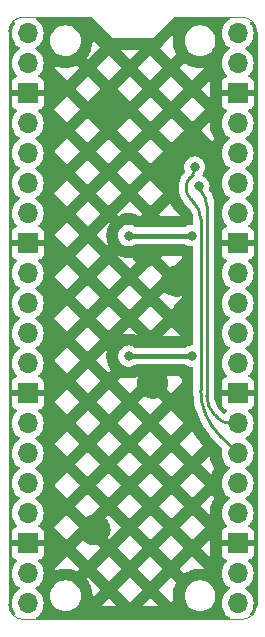
<source format=gbr>
G04 #@! TF.GenerationSoftware,KiCad,Pcbnew,7.0.5*
G04 #@! TF.CreationDate,2023-10-03T09:42:01+03:00*
G04 #@! TF.ProjectId,Pico_mod,5069636f-5f6d-46f6-942e-6b696361645f,rev?*
G04 #@! TF.SameCoordinates,Original*
G04 #@! TF.FileFunction,Copper,L2,Bot*
G04 #@! TF.FilePolarity,Positive*
%FSLAX46Y46*%
G04 Gerber Fmt 4.6, Leading zero omitted, Abs format (unit mm)*
G04 Created by KiCad (PCBNEW 7.0.5) date 2023-10-03 09:42:01*
%MOMM*%
%LPD*%
G01*
G04 APERTURE LIST*
G04 #@! TA.AperFunction,ComponentPad*
%ADD10O,1.700000X1.700000*%
G04 #@! TD*
G04 #@! TA.AperFunction,ComponentPad*
%ADD11R,1.700000X1.700000*%
G04 #@! TD*
G04 #@! TA.AperFunction,ViaPad*
%ADD12C,0.800000*%
G04 #@! TD*
G04 #@! TA.AperFunction,Conductor*
%ADD13C,0.250000*%
G04 #@! TD*
G04 #@! TA.AperFunction,Conductor*
%ADD14C,0.400000*%
G04 #@! TD*
G04 #@! TA.AperFunction,Profile*
%ADD15C,0.100000*%
G04 #@! TD*
G04 APERTURE END LIST*
D10*
X1610000Y-1370000D03*
X1610000Y-3910000D03*
D11*
X1610000Y-6450000D03*
D10*
X1610000Y-8990000D03*
X1610000Y-11530000D03*
X1610000Y-14070000D03*
X1610000Y-16610000D03*
D11*
X1610000Y-19150000D03*
D10*
X1610000Y-21690000D03*
X1610000Y-24230000D03*
X1610000Y-26770000D03*
X1610000Y-29310000D03*
D11*
X1610000Y-31850000D03*
D10*
X1610000Y-34390000D03*
X1610000Y-36930000D03*
X1610000Y-39470000D03*
X1610000Y-42010000D03*
D11*
X1610000Y-44550000D03*
D10*
X1610000Y-47090000D03*
X1610000Y-49630000D03*
X19390000Y-1370000D03*
X19390000Y-3910000D03*
D11*
X19390000Y-6450000D03*
D10*
X19390000Y-8990000D03*
X19390000Y-11530000D03*
X19390000Y-14070000D03*
X19390000Y-16610000D03*
D11*
X19390000Y-19150000D03*
D10*
X19390000Y-21690000D03*
X19390000Y-24230000D03*
X19390000Y-26770000D03*
X19390000Y-29310000D03*
D11*
X19390000Y-31850000D03*
D10*
X19390000Y-34390000D03*
X19390000Y-36930000D03*
X19390000Y-39470000D03*
X19390000Y-42010000D03*
D11*
X19390000Y-44550000D03*
D10*
X19390000Y-47090000D03*
X19390000Y-49630000D03*
D12*
X14224000Y-22352000D03*
X13720716Y-13711779D03*
X15200000Y-25000000D03*
X8500000Y-7682000D03*
X7300000Y-43400000D03*
X12192000Y-30988000D03*
X11684000Y-19812000D03*
X16100000Y-14300000D03*
X15748000Y-12700000D03*
X15500000Y-28700000D03*
X10160000Y-28700000D03*
X10160000Y-18500000D03*
X15500000Y-18500000D03*
D13*
X16100000Y-14579286D02*
X16350749Y-14830035D01*
X18762000Y-34390000D02*
X19390000Y-34390000D01*
X16100000Y-14300000D02*
X16100000Y-14579286D01*
X16764000Y-15958420D02*
X16764000Y-32051263D01*
X17449000Y-33705000D02*
X17689936Y-33945936D01*
X17689941Y-33945931D02*
G75*
G03*
X18762000Y-34390000I1072059J1072031D01*
G01*
X16763980Y-15958420D02*
G75*
G03*
X16350748Y-14830036I-1759180J-4380D01*
G01*
X16764003Y-32051263D02*
G75*
G03*
X17449000Y-33705000I2338727J-7D01*
G01*
X16256000Y-17127862D02*
X16256000Y-31579927D01*
X15748000Y-12949347D02*
X15748000Y-12700000D01*
X15023000Y-14436347D02*
X15023000Y-14473347D01*
X15571684Y-13375010D02*
X15385500Y-13561195D01*
X17823000Y-35363000D02*
X19390000Y-36930000D01*
X15639500Y-15639500D02*
X15411663Y-15411663D01*
X16256015Y-17127862D02*
G75*
G03*
X15639500Y-15639500I-2104915J-38D01*
G01*
X16256002Y-31579927D02*
G75*
G03*
X17823001Y-35362999I5350068J-3D01*
G01*
X15571665Y-13374991D02*
G75*
G03*
X15748000Y-12949347I-425665J425691D01*
G01*
X15023003Y-14473347D02*
G75*
G03*
X15411664Y-15411662I1326977J-3D01*
G01*
X15385487Y-13561182D02*
G75*
G03*
X15023000Y-14436347I875113J-875118D01*
G01*
D14*
X15500000Y-18500000D02*
X10160000Y-18500000D01*
X10160000Y-28700000D02*
X15500000Y-28700000D01*
G04 #@! TA.AperFunction,Conductor*
G36*
X7015469Y-20185D02*
G01*
X7036111Y-36819D01*
X8732197Y-1732904D01*
X8732488Y-1733339D01*
X8749618Y-1750384D01*
X8749633Y-1750390D01*
X8749997Y-1750541D01*
X8750000Y-1750542D01*
X8750002Y-1750541D01*
X8774585Y-1750553D01*
X8774856Y-1750500D01*
X12225145Y-1750500D01*
X12225334Y-1750538D01*
X12249997Y-1750540D01*
X12250000Y-1750542D01*
X12250284Y-1750424D01*
X12250284Y-1750423D01*
X12250366Y-1750390D01*
X12250383Y-1750383D01*
X12250383Y-1750382D01*
X12250414Y-1750370D01*
X12252654Y-1749464D01*
X12258831Y-1741934D01*
X12268147Y-1732618D01*
X12268260Y-1732446D01*
X13963888Y-36819D01*
X14025211Y-3334D01*
X14051569Y-500D01*
X18598046Y-500D01*
X18665085Y-20185D01*
X18710840Y-72989D01*
X18720784Y-142147D01*
X18691759Y-205703D01*
X18669169Y-226075D01*
X18518597Y-331505D01*
X18351505Y-498597D01*
X18215965Y-692169D01*
X18215964Y-692171D01*
X18116098Y-906335D01*
X18116094Y-906344D01*
X18054938Y-1134586D01*
X18054936Y-1134596D01*
X18034341Y-1369999D01*
X18034341Y-1370000D01*
X18054936Y-1605403D01*
X18054938Y-1605413D01*
X18116094Y-1833655D01*
X18116096Y-1833659D01*
X18116097Y-1833663D01*
X18215964Y-2047829D01*
X18215965Y-2047830D01*
X18215967Y-2047834D01*
X18324281Y-2202521D01*
X18341201Y-2226686D01*
X18351501Y-2241395D01*
X18351506Y-2241402D01*
X18518597Y-2408493D01*
X18518603Y-2408498D01*
X18704158Y-2538425D01*
X18747783Y-2593002D01*
X18754977Y-2662500D01*
X18723454Y-2724855D01*
X18704158Y-2741575D01*
X18518597Y-2871505D01*
X18351505Y-3038597D01*
X18215965Y-3232169D01*
X18215964Y-3232171D01*
X18116098Y-3446335D01*
X18116094Y-3446344D01*
X18054938Y-3674586D01*
X18054936Y-3674596D01*
X18034341Y-3909999D01*
X18034341Y-3910000D01*
X18054936Y-4145403D01*
X18054938Y-4145413D01*
X18116094Y-4373655D01*
X18116096Y-4373659D01*
X18116097Y-4373663D01*
X18215964Y-4587830D01*
X18215965Y-4587830D01*
X18215967Y-4587834D01*
X18324281Y-4742521D01*
X18351501Y-4781396D01*
X18351506Y-4781402D01*
X18473818Y-4903714D01*
X18507303Y-4965037D01*
X18502319Y-5034729D01*
X18460447Y-5090662D01*
X18429471Y-5107577D01*
X18297912Y-5156646D01*
X18297906Y-5156649D01*
X18182812Y-5242809D01*
X18182809Y-5242812D01*
X18096649Y-5357906D01*
X18096645Y-5357913D01*
X18046403Y-5492620D01*
X18046401Y-5492627D01*
X18040000Y-5552155D01*
X18040000Y-6200000D01*
X18956314Y-6200000D01*
X18930507Y-6240156D01*
X18890000Y-6378111D01*
X18890000Y-6521889D01*
X18930507Y-6659844D01*
X18956314Y-6700000D01*
X18040000Y-6700000D01*
X18040000Y-7347844D01*
X18046401Y-7407372D01*
X18046403Y-7407379D01*
X18096645Y-7542086D01*
X18096649Y-7542093D01*
X18182809Y-7657187D01*
X18182812Y-7657190D01*
X18297906Y-7743350D01*
X18297913Y-7743354D01*
X18429470Y-7792421D01*
X18485403Y-7834292D01*
X18509821Y-7899756D01*
X18494970Y-7968029D01*
X18473819Y-7996284D01*
X18351503Y-8118600D01*
X18215965Y-8312169D01*
X18215964Y-8312171D01*
X18116098Y-8526335D01*
X18116094Y-8526344D01*
X18054938Y-8754586D01*
X18054936Y-8754596D01*
X18034341Y-8989999D01*
X18034341Y-8990000D01*
X18054936Y-9225403D01*
X18054938Y-9225413D01*
X18116094Y-9453655D01*
X18116096Y-9453659D01*
X18116097Y-9453663D01*
X18215964Y-9667829D01*
X18215965Y-9667830D01*
X18215967Y-9667834D01*
X18351501Y-9861395D01*
X18351506Y-9861402D01*
X18518597Y-10028493D01*
X18518603Y-10028498D01*
X18704158Y-10158425D01*
X18747783Y-10213002D01*
X18754977Y-10282500D01*
X18723454Y-10344855D01*
X18704158Y-10361575D01*
X18518597Y-10491505D01*
X18351505Y-10658597D01*
X18215965Y-10852169D01*
X18215964Y-10852171D01*
X18116098Y-11066335D01*
X18116094Y-11066344D01*
X18054938Y-11294586D01*
X18054936Y-11294596D01*
X18034341Y-11529999D01*
X18034341Y-11530000D01*
X18054936Y-11765403D01*
X18054938Y-11765413D01*
X18116094Y-11993655D01*
X18116096Y-11993659D01*
X18116097Y-11993663D01*
X18131695Y-12027112D01*
X18215965Y-12207830D01*
X18215967Y-12207834D01*
X18351501Y-12401395D01*
X18351506Y-12401402D01*
X18518597Y-12568493D01*
X18518603Y-12568498D01*
X18704158Y-12698425D01*
X18747783Y-12753002D01*
X18754977Y-12822500D01*
X18723454Y-12884855D01*
X18704158Y-12901575D01*
X18518597Y-13031505D01*
X18351505Y-13198597D01*
X18215965Y-13392169D01*
X18215964Y-13392171D01*
X18116098Y-13606335D01*
X18116094Y-13606344D01*
X18054938Y-13834586D01*
X18054936Y-13834596D01*
X18034341Y-14069999D01*
X18034341Y-14070000D01*
X18054936Y-14305403D01*
X18054938Y-14305413D01*
X18116094Y-14533655D01*
X18116096Y-14533659D01*
X18116097Y-14533663D01*
X18215964Y-14747829D01*
X18215965Y-14747830D01*
X18215967Y-14747834D01*
X18351501Y-14941395D01*
X18351506Y-14941402D01*
X18518597Y-15108493D01*
X18518603Y-15108498D01*
X18704158Y-15238425D01*
X18747783Y-15293002D01*
X18754977Y-15362500D01*
X18723454Y-15424855D01*
X18704158Y-15441575D01*
X18518597Y-15571505D01*
X18351505Y-15738597D01*
X18215965Y-15932169D01*
X18215964Y-15932171D01*
X18116098Y-16146335D01*
X18116094Y-16146344D01*
X18054938Y-16374586D01*
X18054936Y-16374596D01*
X18034341Y-16609999D01*
X18034341Y-16610000D01*
X18054936Y-16845403D01*
X18054938Y-16845413D01*
X18116094Y-17073655D01*
X18116096Y-17073659D01*
X18116097Y-17073663D01*
X18140321Y-17125611D01*
X18215965Y-17287830D01*
X18215967Y-17287834D01*
X18271300Y-17366857D01*
X18351501Y-17481396D01*
X18351506Y-17481402D01*
X18473818Y-17603714D01*
X18507303Y-17665037D01*
X18502319Y-17734729D01*
X18460447Y-17790662D01*
X18429471Y-17807577D01*
X18297912Y-17856646D01*
X18297906Y-17856649D01*
X18182812Y-17942809D01*
X18182809Y-17942812D01*
X18096649Y-18057906D01*
X18096645Y-18057913D01*
X18046403Y-18192620D01*
X18046401Y-18192627D01*
X18040000Y-18252155D01*
X18040000Y-18900000D01*
X18956314Y-18900000D01*
X18930507Y-18940156D01*
X18890000Y-19078111D01*
X18890000Y-19221889D01*
X18930507Y-19359844D01*
X18956314Y-19400000D01*
X18040000Y-19400000D01*
X18040000Y-20047844D01*
X18046401Y-20107372D01*
X18046403Y-20107379D01*
X18096645Y-20242086D01*
X18096649Y-20242093D01*
X18182809Y-20357187D01*
X18182812Y-20357190D01*
X18297906Y-20443350D01*
X18297913Y-20443354D01*
X18429470Y-20492421D01*
X18485403Y-20534292D01*
X18509821Y-20599756D01*
X18494970Y-20668029D01*
X18473819Y-20696284D01*
X18351503Y-20818600D01*
X18215965Y-21012169D01*
X18215964Y-21012171D01*
X18116098Y-21226335D01*
X18116094Y-21226344D01*
X18054938Y-21454586D01*
X18054936Y-21454596D01*
X18034341Y-21689999D01*
X18034341Y-21690000D01*
X18054936Y-21925403D01*
X18054938Y-21925413D01*
X18116094Y-22153655D01*
X18116096Y-22153659D01*
X18116097Y-22153663D01*
X18215964Y-22367829D01*
X18215965Y-22367830D01*
X18215967Y-22367834D01*
X18351501Y-22561395D01*
X18351506Y-22561402D01*
X18518597Y-22728493D01*
X18518603Y-22728498D01*
X18704158Y-22858425D01*
X18747783Y-22913002D01*
X18754977Y-22982500D01*
X18723454Y-23044855D01*
X18704158Y-23061575D01*
X18518597Y-23191505D01*
X18351505Y-23358597D01*
X18215965Y-23552169D01*
X18215964Y-23552171D01*
X18116098Y-23766335D01*
X18116094Y-23766344D01*
X18054938Y-23994586D01*
X18054936Y-23994596D01*
X18034341Y-24229999D01*
X18034341Y-24230000D01*
X18054936Y-24465403D01*
X18054938Y-24465413D01*
X18116094Y-24693655D01*
X18116096Y-24693659D01*
X18116097Y-24693663D01*
X18163028Y-24794307D01*
X18215965Y-24907830D01*
X18215967Y-24907834D01*
X18351501Y-25101395D01*
X18351506Y-25101402D01*
X18518597Y-25268493D01*
X18518603Y-25268498D01*
X18704158Y-25398425D01*
X18747783Y-25453002D01*
X18754977Y-25522500D01*
X18723454Y-25584855D01*
X18704158Y-25601575D01*
X18518597Y-25731505D01*
X18351505Y-25898597D01*
X18215965Y-26092169D01*
X18215964Y-26092171D01*
X18116098Y-26306335D01*
X18116094Y-26306344D01*
X18054938Y-26534586D01*
X18054936Y-26534596D01*
X18034341Y-26769999D01*
X18034341Y-26770000D01*
X18054936Y-27005403D01*
X18054938Y-27005413D01*
X18116094Y-27233655D01*
X18116096Y-27233659D01*
X18116097Y-27233663D01*
X18132000Y-27267766D01*
X18215965Y-27447830D01*
X18215967Y-27447834D01*
X18351501Y-27641395D01*
X18351506Y-27641402D01*
X18518597Y-27808493D01*
X18518603Y-27808498D01*
X18704158Y-27938425D01*
X18747783Y-27993002D01*
X18754977Y-28062500D01*
X18723454Y-28124855D01*
X18704158Y-28141575D01*
X18518597Y-28271505D01*
X18351505Y-28438597D01*
X18215965Y-28632169D01*
X18215964Y-28632171D01*
X18116098Y-28846335D01*
X18116094Y-28846344D01*
X18054938Y-29074586D01*
X18054936Y-29074596D01*
X18034341Y-29309999D01*
X18034341Y-29310000D01*
X18054936Y-29545403D01*
X18054938Y-29545413D01*
X18116094Y-29773655D01*
X18116096Y-29773659D01*
X18116097Y-29773663D01*
X18215965Y-29987830D01*
X18215967Y-29987834D01*
X18292832Y-30097608D01*
X18351501Y-30181396D01*
X18351506Y-30181402D01*
X18473818Y-30303714D01*
X18507303Y-30365037D01*
X18502319Y-30434729D01*
X18460447Y-30490662D01*
X18429471Y-30507577D01*
X18297912Y-30556646D01*
X18297906Y-30556649D01*
X18182812Y-30642809D01*
X18182809Y-30642812D01*
X18096649Y-30757906D01*
X18096645Y-30757913D01*
X18046403Y-30892620D01*
X18046401Y-30892627D01*
X18040000Y-30952155D01*
X18040000Y-31600000D01*
X18956314Y-31600000D01*
X18930507Y-31640156D01*
X18890000Y-31778111D01*
X18890000Y-31921889D01*
X18930507Y-32059844D01*
X18956314Y-32100000D01*
X18040000Y-32100000D01*
X18040000Y-32747844D01*
X18046401Y-32807372D01*
X18046403Y-32807379D01*
X18096645Y-32942086D01*
X18096649Y-32942093D01*
X18182809Y-33057187D01*
X18182812Y-33057190D01*
X18297906Y-33143350D01*
X18297913Y-33143354D01*
X18429470Y-33192421D01*
X18485403Y-33234292D01*
X18509821Y-33299756D01*
X18494970Y-33368029D01*
X18473819Y-33396284D01*
X18351503Y-33518601D01*
X18348023Y-33522749D01*
X18346143Y-33521172D01*
X18299549Y-33558298D01*
X18230040Y-33565384D01*
X18172195Y-33537765D01*
X18134019Y-33505158D01*
X18130456Y-33501865D01*
X18078533Y-33449941D01*
X18078532Y-33449940D01*
X18074452Y-33445860D01*
X18074436Y-33445845D01*
X17892740Y-33264149D01*
X17889966Y-33261188D01*
X17866379Y-33234292D01*
X17746214Y-33097270D01*
X17741282Y-33090842D01*
X17621296Y-32911270D01*
X17617241Y-32904248D01*
X17521714Y-32710538D01*
X17518620Y-32703068D01*
X17449194Y-32498545D01*
X17447100Y-32490730D01*
X17404964Y-32278894D01*
X17403906Y-32270858D01*
X17403375Y-32262763D01*
X17397442Y-32172225D01*
X17389633Y-32053070D01*
X17389500Y-32049014D01*
X17389500Y-16038060D01*
X17389691Y-16034831D01*
X17389686Y-16032816D01*
X17389687Y-16032812D01*
X17389500Y-15957666D01*
X17389500Y-15919070D01*
X17389500Y-15919055D01*
X17389377Y-15915330D01*
X17389359Y-15907662D01*
X17389144Y-15818173D01*
X17356303Y-15542745D01*
X17291754Y-15272980D01*
X17196369Y-15012517D01*
X17071433Y-14764868D01*
X16986627Y-14636388D01*
X16966126Y-14569598D01*
X16972186Y-14529765D01*
X16985674Y-14488256D01*
X17005460Y-14300000D01*
X16985674Y-14111744D01*
X16927179Y-13931716D01*
X16832533Y-13767784D01*
X16705871Y-13627112D01*
X16705870Y-13627111D01*
X16552734Y-13515851D01*
X16552732Y-13515850D01*
X16474805Y-13481154D01*
X16421569Y-13435903D01*
X16401248Y-13369054D01*
X16420294Y-13301830D01*
X16433086Y-13284910D01*
X16480533Y-13232216D01*
X16575179Y-13068284D01*
X16633674Y-12888256D01*
X16653460Y-12700000D01*
X16633674Y-12511744D01*
X16575179Y-12331716D01*
X16480533Y-12167784D01*
X16353871Y-12027112D01*
X16307834Y-11993664D01*
X16200734Y-11915851D01*
X16200729Y-11915848D01*
X16027807Y-11838857D01*
X16027802Y-11838855D01*
X15882000Y-11807865D01*
X15842646Y-11799500D01*
X15653354Y-11799500D01*
X15620897Y-11806398D01*
X15468197Y-11838855D01*
X15468192Y-11838857D01*
X15295270Y-11915848D01*
X15295265Y-11915851D01*
X15142129Y-12027111D01*
X15015466Y-12167785D01*
X14920821Y-12331715D01*
X14920818Y-12331722D01*
X14862327Y-12511740D01*
X14862326Y-12511744D01*
X14856361Y-12568498D01*
X14842706Y-12698425D01*
X14842540Y-12700000D01*
X14862326Y-12888256D01*
X14862327Y-12888259D01*
X14915240Y-13051111D01*
X14917235Y-13120953D01*
X14884992Y-13177109D01*
X14856849Y-13205252D01*
X14708164Y-13399025D01*
X14708161Y-13399029D01*
X14586045Y-13610544D01*
X14579183Y-13627112D01*
X14493245Y-13834596D01*
X14492578Y-13836206D01*
X14429367Y-14072134D01*
X14424154Y-14111744D01*
X14397495Y-14314288D01*
X14397495Y-14314291D01*
X14397495Y-14314292D01*
X14397497Y-14376727D01*
X14397473Y-14376808D01*
X14397473Y-14601264D01*
X14397474Y-14601281D01*
X14430880Y-14855028D01*
X14430883Y-14855041D01*
X14497125Y-15102261D01*
X14497128Y-15102271D01*
X14595070Y-15338723D01*
X14595074Y-15338733D01*
X14723047Y-15560389D01*
X14878858Y-15763447D01*
X14878863Y-15763453D01*
X14913492Y-15798082D01*
X14913493Y-15798083D01*
X14933583Y-15818173D01*
X14969352Y-15853942D01*
X14969367Y-15853957D01*
X15023071Y-15907662D01*
X15040507Y-15925099D01*
X15040512Y-15925102D01*
X15189821Y-16074412D01*
X15195752Y-16080343D01*
X15198526Y-16083304D01*
X15322113Y-16224228D01*
X15327055Y-16230668D01*
X15430047Y-16384803D01*
X15434103Y-16391828D01*
X15442291Y-16408430D01*
X15516095Y-16558089D01*
X15519202Y-16565589D01*
X15578794Y-16741132D01*
X15580895Y-16748974D01*
X15617061Y-16930787D01*
X15618121Y-16938835D01*
X15630367Y-17125611D01*
X15630500Y-17129668D01*
X15630500Y-17475500D01*
X15610815Y-17542539D01*
X15558011Y-17588294D01*
X15506500Y-17599500D01*
X15405354Y-17599500D01*
X15385529Y-17603714D01*
X15220197Y-17638855D01*
X15220192Y-17638857D01*
X15047270Y-17715848D01*
X15047265Y-17715851D01*
X14964729Y-17775818D01*
X14898923Y-17799298D01*
X14891844Y-17799500D01*
X10768156Y-17799500D01*
X10701117Y-17779815D01*
X10695271Y-17775818D01*
X10612734Y-17715851D01*
X10612729Y-17715848D01*
X10439807Y-17638857D01*
X10439802Y-17638855D01*
X10294000Y-17607865D01*
X10254646Y-17599500D01*
X10065354Y-17599500D01*
X10045529Y-17603714D01*
X9880197Y-17638855D01*
X9880192Y-17638857D01*
X9707270Y-17715848D01*
X9707265Y-17715851D01*
X9554129Y-17827111D01*
X9427466Y-17967785D01*
X9332821Y-18131715D01*
X9332818Y-18131722D01*
X9293682Y-18252172D01*
X9274326Y-18311744D01*
X9254540Y-18500000D01*
X9274326Y-18688256D01*
X9274327Y-18688259D01*
X9332818Y-18868277D01*
X9332821Y-18868284D01*
X9427467Y-19032216D01*
X9519676Y-19134624D01*
X9554129Y-19172888D01*
X9707265Y-19284148D01*
X9707270Y-19284151D01*
X9880192Y-19361142D01*
X9880197Y-19361144D01*
X10065354Y-19400500D01*
X10065355Y-19400500D01*
X10254644Y-19400500D01*
X10254646Y-19400500D01*
X10439803Y-19361144D01*
X10612730Y-19284151D01*
X10661275Y-19248881D01*
X10695271Y-19224182D01*
X10761077Y-19200702D01*
X10768156Y-19200500D01*
X14891844Y-19200500D01*
X14958883Y-19220185D01*
X14964729Y-19224182D01*
X15047265Y-19284148D01*
X15047270Y-19284151D01*
X15220192Y-19361142D01*
X15220197Y-19361144D01*
X15405354Y-19400500D01*
X15405355Y-19400500D01*
X15506500Y-19400500D01*
X15573539Y-19420185D01*
X15619294Y-19472989D01*
X15630500Y-19524500D01*
X15630500Y-27675500D01*
X15610815Y-27742539D01*
X15558011Y-27788294D01*
X15506500Y-27799500D01*
X15405354Y-27799500D01*
X15372897Y-27806398D01*
X15220197Y-27838855D01*
X15220192Y-27838857D01*
X15047270Y-27915848D01*
X15047265Y-27915851D01*
X14964729Y-27975818D01*
X14898923Y-27999298D01*
X14891844Y-27999500D01*
X10768156Y-27999500D01*
X10701117Y-27979815D01*
X10695271Y-27975818D01*
X10612734Y-27915851D01*
X10612729Y-27915848D01*
X10439807Y-27838857D01*
X10439802Y-27838855D01*
X10294001Y-27807865D01*
X10254646Y-27799500D01*
X10065354Y-27799500D01*
X10032897Y-27806398D01*
X9880197Y-27838855D01*
X9880192Y-27838857D01*
X9707270Y-27915848D01*
X9707265Y-27915851D01*
X9554129Y-28027111D01*
X9427466Y-28167785D01*
X9332821Y-28331715D01*
X9332818Y-28331722D01*
X9298092Y-28438599D01*
X9274326Y-28511744D01*
X9254540Y-28700000D01*
X9274326Y-28888256D01*
X9274327Y-28888259D01*
X9332818Y-29068277D01*
X9332821Y-29068284D01*
X9427467Y-29232216D01*
X9554128Y-29372887D01*
X9554129Y-29372888D01*
X9707265Y-29484148D01*
X9707270Y-29484151D01*
X9880192Y-29561142D01*
X9880197Y-29561144D01*
X10065354Y-29600500D01*
X10065355Y-29600500D01*
X10254644Y-29600500D01*
X10254646Y-29600500D01*
X10439803Y-29561144D01*
X10612730Y-29484151D01*
X10661275Y-29448881D01*
X10695271Y-29424182D01*
X10761077Y-29400702D01*
X10768156Y-29400500D01*
X14891844Y-29400500D01*
X14958883Y-29420185D01*
X14964729Y-29424182D01*
X15047265Y-29484148D01*
X15047270Y-29484151D01*
X15220192Y-29561142D01*
X15220197Y-29561144D01*
X15405354Y-29600500D01*
X15405355Y-29600500D01*
X15506500Y-29600500D01*
X15573539Y-29620185D01*
X15619294Y-29672989D01*
X15630500Y-29724500D01*
X15630500Y-31475972D01*
X15630489Y-31476009D01*
X15630489Y-31793318D01*
X15660939Y-32219068D01*
X15721684Y-32641569D01*
X15812412Y-33058639D01*
X15812415Y-33058649D01*
X15932669Y-33468194D01*
X15932670Y-33468197D01*
X15989325Y-33620096D01*
X16081840Y-33868137D01*
X16259143Y-34256379D01*
X16259147Y-34256386D01*
X16463708Y-34631011D01*
X16694478Y-34990098D01*
X16694481Y-34990103D01*
X16950266Y-35331793D01*
X17034062Y-35428498D01*
X17229794Y-35654385D01*
X17229807Y-35654398D01*
X17229808Y-35654399D01*
X17380678Y-35805269D01*
X17380692Y-35805282D01*
X17380705Y-35805295D01*
X17434409Y-35859000D01*
X17441476Y-35866067D01*
X17441483Y-35866073D01*
X18049762Y-36474352D01*
X18083247Y-36535675D01*
X18081856Y-36594126D01*
X18054938Y-36694586D01*
X18054936Y-36694596D01*
X18034341Y-36929999D01*
X18034341Y-36930000D01*
X18054936Y-37165403D01*
X18054938Y-37165413D01*
X18116094Y-37393655D01*
X18116096Y-37393659D01*
X18116097Y-37393663D01*
X18118461Y-37398732D01*
X18215965Y-37607830D01*
X18215967Y-37607834D01*
X18351501Y-37801395D01*
X18351506Y-37801402D01*
X18518597Y-37968493D01*
X18518603Y-37968498D01*
X18704158Y-38098425D01*
X18747783Y-38153002D01*
X18754977Y-38222500D01*
X18723454Y-38284855D01*
X18704158Y-38301575D01*
X18518597Y-38431505D01*
X18351505Y-38598597D01*
X18215965Y-38792169D01*
X18215964Y-38792171D01*
X18116098Y-39006335D01*
X18116094Y-39006344D01*
X18054938Y-39234586D01*
X18054936Y-39234596D01*
X18034341Y-39469999D01*
X18034341Y-39470000D01*
X18054936Y-39705403D01*
X18054938Y-39705413D01*
X18116094Y-39933655D01*
X18116096Y-39933659D01*
X18116097Y-39933663D01*
X18215965Y-40147830D01*
X18215967Y-40147834D01*
X18351501Y-40341395D01*
X18351506Y-40341402D01*
X18518597Y-40508493D01*
X18518603Y-40508498D01*
X18704158Y-40638425D01*
X18747783Y-40693002D01*
X18754977Y-40762500D01*
X18723454Y-40824855D01*
X18704158Y-40841575D01*
X18518597Y-40971505D01*
X18351505Y-41138597D01*
X18215965Y-41332169D01*
X18215964Y-41332171D01*
X18116098Y-41546335D01*
X18116094Y-41546344D01*
X18054938Y-41774586D01*
X18054936Y-41774596D01*
X18034341Y-42009999D01*
X18034341Y-42010000D01*
X18054936Y-42245403D01*
X18054938Y-42245413D01*
X18116094Y-42473655D01*
X18116096Y-42473659D01*
X18116097Y-42473663D01*
X18126730Y-42496465D01*
X18215965Y-42687830D01*
X18215967Y-42687834D01*
X18324281Y-42842521D01*
X18351501Y-42881396D01*
X18351506Y-42881402D01*
X18473818Y-43003714D01*
X18507303Y-43065037D01*
X18502319Y-43134729D01*
X18460447Y-43190662D01*
X18429471Y-43207577D01*
X18297912Y-43256646D01*
X18297906Y-43256649D01*
X18182812Y-43342809D01*
X18182809Y-43342812D01*
X18096649Y-43457906D01*
X18096645Y-43457913D01*
X18046403Y-43592620D01*
X18046401Y-43592627D01*
X18040000Y-43652155D01*
X18040000Y-44300000D01*
X18956314Y-44300000D01*
X18930507Y-44340156D01*
X18890000Y-44478111D01*
X18890000Y-44621889D01*
X18930507Y-44759844D01*
X18956314Y-44800000D01*
X18040000Y-44800000D01*
X18040000Y-45447844D01*
X18046401Y-45507372D01*
X18046403Y-45507379D01*
X18096645Y-45642086D01*
X18096649Y-45642093D01*
X18182809Y-45757187D01*
X18182812Y-45757190D01*
X18297906Y-45843350D01*
X18297913Y-45843354D01*
X18429470Y-45892421D01*
X18485403Y-45934292D01*
X18509821Y-45999756D01*
X18494970Y-46068029D01*
X18473819Y-46096284D01*
X18351503Y-46218600D01*
X18215965Y-46412169D01*
X18215964Y-46412171D01*
X18116098Y-46626335D01*
X18116094Y-46626344D01*
X18054938Y-46854586D01*
X18054936Y-46854596D01*
X18034341Y-47089999D01*
X18034341Y-47090000D01*
X18054936Y-47325403D01*
X18054938Y-47325413D01*
X18116094Y-47553655D01*
X18116096Y-47553659D01*
X18116097Y-47553663D01*
X18184102Y-47699500D01*
X18215965Y-47767830D01*
X18215967Y-47767834D01*
X18351501Y-47961395D01*
X18351506Y-47961402D01*
X18518597Y-48128493D01*
X18518603Y-48128498D01*
X18704158Y-48258425D01*
X18747783Y-48313002D01*
X18754977Y-48382500D01*
X18723454Y-48444855D01*
X18704158Y-48461575D01*
X18518597Y-48591505D01*
X18351505Y-48758597D01*
X18215965Y-48952169D01*
X18215964Y-48952171D01*
X18116098Y-49166335D01*
X18116094Y-49166344D01*
X18054938Y-49394586D01*
X18054936Y-49394596D01*
X18034341Y-49629999D01*
X18034341Y-49630000D01*
X18054936Y-49865403D01*
X18054938Y-49865413D01*
X18116094Y-50093655D01*
X18116096Y-50093659D01*
X18116097Y-50093663D01*
X18212547Y-50300500D01*
X18215965Y-50307830D01*
X18215967Y-50307834D01*
X18300946Y-50429196D01*
X18351505Y-50501401D01*
X18518599Y-50668495D01*
X18569060Y-50703828D01*
X18669168Y-50773925D01*
X18712793Y-50828502D01*
X18719986Y-50898000D01*
X18688464Y-50960355D01*
X18628234Y-50995769D01*
X18598045Y-50999500D01*
X2401955Y-50999500D01*
X2334916Y-50979815D01*
X2289161Y-50927011D01*
X2279217Y-50857853D01*
X2308242Y-50794297D01*
X2330832Y-50773925D01*
X2365004Y-50749996D01*
X2481401Y-50668495D01*
X2648495Y-50501401D01*
X2784035Y-50307830D01*
X2883903Y-50093663D01*
X2945063Y-49865408D01*
X2965659Y-49630000D01*
X2945063Y-49394592D01*
X2883903Y-49166337D01*
X2806339Y-49000001D01*
X3494532Y-49000001D01*
X3514364Y-49226686D01*
X3514366Y-49226697D01*
X3573258Y-49446488D01*
X3573261Y-49446497D01*
X3669431Y-49652732D01*
X3669432Y-49652734D01*
X3799954Y-49839141D01*
X3960858Y-50000045D01*
X3960861Y-50000047D01*
X4147266Y-50130568D01*
X4353504Y-50226739D01*
X4353509Y-50226740D01*
X4353511Y-50226741D01*
X4406415Y-50240916D01*
X4573308Y-50285635D01*
X4743214Y-50300499D01*
X4743215Y-50300500D01*
X4743216Y-50300500D01*
X4856785Y-50300500D01*
X4856785Y-50300499D01*
X5026692Y-50285635D01*
X5246496Y-50226739D01*
X5452734Y-50130568D01*
X5639139Y-50000047D01*
X5763186Y-49876000D01*
X7782226Y-49876000D01*
X9160901Y-49876000D01*
X11317760Y-49876000D01*
X12696435Y-49876000D01*
X12007097Y-49186662D01*
X11317760Y-49876000D01*
X9160901Y-49876000D01*
X8471563Y-49186662D01*
X7782226Y-49876000D01*
X5763186Y-49876000D01*
X5800047Y-49839139D01*
X5930568Y-49652734D01*
X6026739Y-49446496D01*
X6085635Y-49226692D01*
X6105468Y-49000000D01*
X6085635Y-48773308D01*
X6036920Y-48591501D01*
X6026741Y-48553511D01*
X6026738Y-48553502D01*
X6019209Y-48537356D01*
X5930568Y-48347266D01*
X5800047Y-48160861D01*
X5800045Y-48160858D01*
X5639141Y-47999954D01*
X5452734Y-47869432D01*
X5452732Y-47869431D01*
X5246497Y-47773261D01*
X5246488Y-47773258D01*
X5026697Y-47714366D01*
X5026687Y-47714364D01*
X4856785Y-47699500D01*
X4856784Y-47699500D01*
X4743216Y-47699500D01*
X4743215Y-47699500D01*
X4573312Y-47714364D01*
X4573302Y-47714366D01*
X4353511Y-47773258D01*
X4353502Y-47773261D01*
X4147267Y-47869431D01*
X4147265Y-47869432D01*
X3960858Y-47999954D01*
X3799954Y-48160858D01*
X3669432Y-48347265D01*
X3669431Y-48347267D01*
X3573261Y-48553502D01*
X3573258Y-48553511D01*
X3514366Y-48773302D01*
X3514364Y-48773313D01*
X3494532Y-48999998D01*
X3494532Y-49000001D01*
X2806339Y-49000001D01*
X2784035Y-48952171D01*
X2658795Y-48773308D01*
X2648494Y-48758597D01*
X2481402Y-48591506D01*
X2481396Y-48591501D01*
X2295842Y-48461575D01*
X2252217Y-48406998D01*
X2245023Y-48337500D01*
X2276546Y-48275145D01*
X2295842Y-48258425D01*
X2396593Y-48187878D01*
X2481401Y-48128495D01*
X2648495Y-47961401D01*
X2784035Y-47767830D01*
X2883903Y-47553663D01*
X2887420Y-47540536D01*
X6582156Y-47540536D01*
X6602700Y-47567311D01*
X6604299Y-47569492D01*
X6761350Y-47793787D01*
X6762852Y-47796035D01*
X6781887Y-47825913D01*
X6783292Y-47828227D01*
X6806422Y-47868291D01*
X6807723Y-47870662D01*
X6824088Y-47902097D01*
X6825285Y-47904525D01*
X6941004Y-48152684D01*
X6942093Y-48155159D01*
X6955647Y-48187878D01*
X6956627Y-48190397D01*
X6972453Y-48233871D01*
X6973324Y-48236436D01*
X6983987Y-48270253D01*
X6984745Y-48272852D01*
X7055617Y-48537356D01*
X7056260Y-48539983D01*
X7063931Y-48574584D01*
X7064459Y-48577238D01*
X7072491Y-48622797D01*
X7072903Y-48625471D01*
X7077527Y-48660597D01*
X7077821Y-48663285D01*
X7101686Y-48936061D01*
X7101863Y-48938760D01*
X7103409Y-48974163D01*
X7103468Y-48976868D01*
X7103468Y-49023132D01*
X7103409Y-49025837D01*
X7101863Y-49061240D01*
X7101686Y-49063939D01*
X7093899Y-49152942D01*
X7765870Y-48480970D01*
X9177255Y-48480970D01*
X10239330Y-49543045D01*
X11301404Y-48480970D01*
X12712789Y-48480970D01*
X13774863Y-49543044D01*
X13929486Y-49388421D01*
X13927509Y-49377203D01*
X13927097Y-49374529D01*
X13922473Y-49339403D01*
X13922179Y-49336715D01*
X13898314Y-49063939D01*
X13898137Y-49061240D01*
X13896591Y-49025837D01*
X13896532Y-49023132D01*
X13896532Y-49000001D01*
X14894532Y-49000001D01*
X14914364Y-49226686D01*
X14914366Y-49226697D01*
X14973258Y-49446488D01*
X14973261Y-49446497D01*
X15069431Y-49652732D01*
X15069432Y-49652734D01*
X15199954Y-49839141D01*
X15360858Y-50000045D01*
X15360861Y-50000047D01*
X15547266Y-50130568D01*
X15753504Y-50226739D01*
X15753509Y-50226740D01*
X15753511Y-50226741D01*
X15806415Y-50240916D01*
X15973308Y-50285635D01*
X16143214Y-50300499D01*
X16143215Y-50300500D01*
X16143216Y-50300500D01*
X16256785Y-50300500D01*
X16256785Y-50300499D01*
X16426692Y-50285635D01*
X16646496Y-50226739D01*
X16852734Y-50130568D01*
X17039139Y-50000047D01*
X17200047Y-49839139D01*
X17330568Y-49652734D01*
X17426739Y-49446496D01*
X17485635Y-49226692D01*
X17505468Y-49000000D01*
X17485635Y-48773308D01*
X17436920Y-48591501D01*
X17426741Y-48553511D01*
X17426738Y-48553502D01*
X17419209Y-48537356D01*
X17330568Y-48347266D01*
X17200047Y-48160861D01*
X17200045Y-48160858D01*
X17039141Y-47999954D01*
X16852734Y-47869432D01*
X16852732Y-47869431D01*
X16646497Y-47773261D01*
X16646488Y-47773258D01*
X16426697Y-47714366D01*
X16426687Y-47714364D01*
X16256785Y-47699500D01*
X16256784Y-47699500D01*
X16143216Y-47699500D01*
X16143215Y-47699500D01*
X15973312Y-47714364D01*
X15973302Y-47714366D01*
X15753511Y-47773258D01*
X15753502Y-47773261D01*
X15547267Y-47869431D01*
X15547265Y-47869432D01*
X15360858Y-47999954D01*
X15199954Y-48160858D01*
X15069432Y-48347265D01*
X15069431Y-48347267D01*
X14973261Y-48553502D01*
X14973258Y-48553511D01*
X14914366Y-48773302D01*
X14914364Y-48773313D01*
X14894532Y-48999998D01*
X14894532Y-49000001D01*
X13896532Y-49000001D01*
X13896532Y-48976868D01*
X13896591Y-48974163D01*
X13898137Y-48938760D01*
X13898314Y-48936061D01*
X13922179Y-48663285D01*
X13922473Y-48660597D01*
X13927097Y-48625471D01*
X13927509Y-48622797D01*
X13935541Y-48577238D01*
X13936069Y-48574584D01*
X13943740Y-48539983D01*
X13944383Y-48537356D01*
X14015255Y-48272852D01*
X14016013Y-48270253D01*
X14026676Y-48236436D01*
X14027547Y-48233871D01*
X14043373Y-48190397D01*
X14044353Y-48187878D01*
X14057907Y-48155159D01*
X14058996Y-48152684D01*
X14174715Y-47904525D01*
X14175912Y-47902097D01*
X14192277Y-47870662D01*
X14193578Y-47868291D01*
X14204807Y-47848839D01*
X13774864Y-47418896D01*
X12712789Y-48480970D01*
X11301404Y-48480970D01*
X10239330Y-47418896D01*
X9177255Y-48480970D01*
X7765870Y-48480970D01*
X6703796Y-47418896D01*
X6582156Y-47540536D01*
X2887420Y-47540536D01*
X2945063Y-47325408D01*
X2965659Y-47090000D01*
X2945063Y-46854592D01*
X2893609Y-46662560D01*
X3924597Y-46662560D01*
X3931919Y-46704081D01*
X3932331Y-46706755D01*
X3936955Y-46741879D01*
X3937249Y-46744568D01*
X3940310Y-46779558D01*
X4000461Y-46839709D01*
X4033871Y-46827547D01*
X4036436Y-46826676D01*
X4070253Y-46816013D01*
X4072852Y-46815255D01*
X4337356Y-46744383D01*
X4339983Y-46743740D01*
X4374584Y-46736069D01*
X4377238Y-46735541D01*
X4422797Y-46727509D01*
X4425471Y-46727097D01*
X4460597Y-46722473D01*
X4463285Y-46722179D01*
X4667755Y-46704290D01*
X4669105Y-46704187D01*
X4686786Y-46703028D01*
X4688134Y-46702955D01*
X4711238Y-46701946D01*
X4712590Y-46701901D01*
X4730301Y-46701515D01*
X4731654Y-46701500D01*
X4868346Y-46701500D01*
X4869699Y-46701515D01*
X4887410Y-46701901D01*
X4888762Y-46701946D01*
X4911866Y-46702955D01*
X4913214Y-46703028D01*
X4930895Y-46704187D01*
X4932245Y-46704290D01*
X5136715Y-46722179D01*
X5139403Y-46722473D01*
X5174529Y-46727097D01*
X5177203Y-46727509D01*
X5222762Y-46735541D01*
X5225416Y-46736069D01*
X5260017Y-46743740D01*
X5262644Y-46744383D01*
X5527148Y-46815255D01*
X5529747Y-46816013D01*
X5563564Y-46826676D01*
X5566129Y-46827547D01*
X5609603Y-46843373D01*
X5612122Y-46844353D01*
X5644841Y-46857907D01*
X5647316Y-46858996D01*
X5787119Y-46924187D01*
X5998103Y-46713203D01*
X7409489Y-46713203D01*
X8471563Y-47775278D01*
X9533638Y-46713203D01*
X10945022Y-46713203D01*
X12007097Y-47775278D01*
X13069171Y-46713203D01*
X14480556Y-46713203D01*
X14883338Y-47115985D01*
X14993787Y-47038650D01*
X14996035Y-47037148D01*
X15025913Y-47018113D01*
X15028227Y-47016708D01*
X15068291Y-46993578D01*
X15070662Y-46992277D01*
X15102097Y-46975912D01*
X15104525Y-46974715D01*
X15352684Y-46858996D01*
X15355159Y-46857907D01*
X15387878Y-46844353D01*
X15390397Y-46843373D01*
X15433871Y-46827547D01*
X15436436Y-46826676D01*
X15470253Y-46816013D01*
X15472852Y-46815255D01*
X15737356Y-46744383D01*
X15739983Y-46743740D01*
X15774584Y-46736069D01*
X15777238Y-46735541D01*
X15822797Y-46727509D01*
X15825471Y-46727097D01*
X15860597Y-46722473D01*
X15863285Y-46722179D01*
X16067755Y-46704290D01*
X16069105Y-46704187D01*
X16086786Y-46703028D01*
X16088134Y-46702955D01*
X16111238Y-46701946D01*
X16112590Y-46701901D01*
X16130301Y-46701515D01*
X16131654Y-46701500D01*
X16268346Y-46701500D01*
X16269699Y-46701515D01*
X16287410Y-46701901D01*
X16288762Y-46701946D01*
X16311866Y-46702955D01*
X16313214Y-46703028D01*
X16330895Y-46704187D01*
X16332245Y-46704290D01*
X16536715Y-46722179D01*
X16539403Y-46722473D01*
X16574529Y-46727097D01*
X16577203Y-46727509D01*
X16588421Y-46729486D01*
X16604705Y-46713203D01*
X15542630Y-45651129D01*
X14480556Y-46713203D01*
X13069171Y-46713203D01*
X12007097Y-45651129D01*
X10945022Y-46713203D01*
X9533638Y-46713203D01*
X8471563Y-45651129D01*
X7409489Y-46713203D01*
X5998103Y-46713203D01*
X4936029Y-45651128D01*
X3924597Y-46662560D01*
X2893609Y-46662560D01*
X2883903Y-46626337D01*
X2784035Y-46412171D01*
X2648495Y-46218599D01*
X2526179Y-46096283D01*
X2492696Y-46034963D01*
X2497680Y-45965271D01*
X2539551Y-45909337D01*
X2570529Y-45892422D01*
X2702086Y-45843354D01*
X2702093Y-45843350D01*
X2817187Y-45757190D01*
X2817190Y-45757187D01*
X2903350Y-45642093D01*
X2903354Y-45642086D01*
X2953596Y-45507379D01*
X2953598Y-45507372D01*
X2959999Y-45447844D01*
X2960000Y-45447827D01*
X2960000Y-44945436D01*
X5641721Y-44945436D01*
X6703796Y-46007511D01*
X7765870Y-44945436D01*
X9177255Y-44945436D01*
X10239330Y-46007511D01*
X11301404Y-44945436D01*
X12712789Y-44945436D01*
X13774864Y-46007511D01*
X14836938Y-44945436D01*
X16248323Y-44945436D01*
X17087270Y-45784383D01*
X17083769Y-45772841D01*
X17082761Y-45769098D01*
X17067527Y-45704617D01*
X17066755Y-45700824D01*
X17058196Y-45650830D01*
X17057662Y-45646994D01*
X17046200Y-45540390D01*
X17046044Y-45538734D01*
X17044298Y-45517028D01*
X17044187Y-45515371D01*
X17042669Y-45487027D01*
X17042602Y-45485369D01*
X17042022Y-45463663D01*
X17042000Y-45462006D01*
X17042000Y-44599454D01*
X17051439Y-44552002D01*
X17052268Y-44550000D01*
X17051439Y-44547998D01*
X17042000Y-44500546D01*
X17042000Y-44151760D01*
X16248323Y-44945436D01*
X14836938Y-44945436D01*
X13774863Y-43883362D01*
X12712789Y-44945436D01*
X11301404Y-44945436D01*
X10239330Y-43883362D01*
X9177255Y-44945436D01*
X7765870Y-44945436D01*
X7525260Y-44704826D01*
X7433981Y-44721889D01*
X7411196Y-44724000D01*
X7188804Y-44724000D01*
X7166019Y-44721889D01*
X6947413Y-44681025D01*
X6925404Y-44674763D01*
X6718028Y-44594425D01*
X6697544Y-44584225D01*
X6508462Y-44467150D01*
X6490202Y-44453360D01*
X6325852Y-44303535D01*
X6310436Y-44286625D01*
X6306175Y-44280982D01*
X5641721Y-44945436D01*
X2960000Y-44945436D01*
X2960000Y-44800000D01*
X2043686Y-44800000D01*
X2069493Y-44759844D01*
X2110000Y-44621889D01*
X2110000Y-44478111D01*
X2069493Y-44340156D01*
X2043686Y-44300000D01*
X2960000Y-44300000D01*
X2960000Y-43652172D01*
X2959999Y-43652155D01*
X2953598Y-43592627D01*
X2953596Y-43592620D01*
X2903354Y-43457913D01*
X2903350Y-43457906D01*
X2817190Y-43342812D01*
X2817187Y-43342809D01*
X2702093Y-43256649D01*
X2702088Y-43256646D01*
X2570528Y-43207577D01*
X2530577Y-43177669D01*
X3873954Y-43177669D01*
X4936029Y-44239744D01*
X5990197Y-43185575D01*
X5991538Y-43171104D01*
X5229412Y-42408978D01*
X8178179Y-42408978D01*
X8274148Y-42496465D01*
X8289564Y-42513375D01*
X8423586Y-42690848D01*
X8435632Y-42710303D01*
X8534761Y-42909381D01*
X8543027Y-42930719D01*
X8603887Y-43144622D01*
X8608092Y-43167115D01*
X8628612Y-43388559D01*
X8628612Y-43411441D01*
X8608092Y-43632885D01*
X8603887Y-43655378D01*
X8543027Y-43869281D01*
X8534761Y-43890619D01*
X8435632Y-44089697D01*
X8423586Y-44109152D01*
X8388040Y-44156221D01*
X8471563Y-44239744D01*
X9533638Y-43177670D01*
X10945022Y-43177670D01*
X12007097Y-44239744D01*
X13069172Y-43177670D01*
X14480555Y-43177670D01*
X15542630Y-44239745D01*
X16604705Y-43177670D01*
X15542630Y-42115595D01*
X14480555Y-43177670D01*
X13069172Y-43177670D01*
X12007097Y-42115595D01*
X10945022Y-43177670D01*
X9533638Y-43177670D01*
X8471563Y-42115594D01*
X8178179Y-42408978D01*
X5229412Y-42408978D01*
X4936029Y-42115595D01*
X3873954Y-43177669D01*
X2530577Y-43177669D01*
X2514595Y-43165705D01*
X2490178Y-43100241D01*
X2505030Y-43031968D01*
X2526175Y-43003720D01*
X2648495Y-42881401D01*
X2784035Y-42687830D01*
X2883903Y-42473663D01*
X2945063Y-42245408D01*
X2965659Y-42010000D01*
X2945063Y-41774592D01*
X2892527Y-41578522D01*
X2883905Y-41546344D01*
X2883904Y-41546343D01*
X2883903Y-41546337D01*
X2820282Y-41409903D01*
X5641722Y-41409903D01*
X6543175Y-42311356D01*
X6697544Y-42215775D01*
X6718028Y-42205575D01*
X6925404Y-42125237D01*
X6947413Y-42118975D01*
X7081947Y-42093825D01*
X7765869Y-41409903D01*
X9177255Y-41409903D01*
X10239330Y-42471977D01*
X11301405Y-41409903D01*
X12712788Y-41409903D01*
X13774863Y-42471978D01*
X14836938Y-41409903D01*
X14836937Y-41409902D01*
X16248322Y-41409902D01*
X17050181Y-42211761D01*
X17038123Y-42073940D01*
X17037946Y-42071241D01*
X17036400Y-42035838D01*
X17036341Y-42033133D01*
X17036341Y-41986867D01*
X17036400Y-41984162D01*
X17037946Y-41948759D01*
X17038123Y-41946060D01*
X17062751Y-41664568D01*
X17063045Y-41661879D01*
X17067669Y-41626755D01*
X17068081Y-41624081D01*
X17076114Y-41578522D01*
X17076641Y-41575867D01*
X17084312Y-41541268D01*
X17084955Y-41538641D01*
X17158091Y-41265685D01*
X17158849Y-41263086D01*
X17169512Y-41229269D01*
X17170383Y-41226704D01*
X17186209Y-41183231D01*
X17187188Y-41180713D01*
X17200741Y-41147994D01*
X17201830Y-41145518D01*
X17321248Y-40889428D01*
X17322445Y-40887001D01*
X17338810Y-40855565D01*
X17340112Y-40853194D01*
X17363243Y-40813131D01*
X17364645Y-40810819D01*
X17383680Y-40780939D01*
X17385184Y-40778689D01*
X17412274Y-40739999D01*
X17385181Y-40701307D01*
X17383677Y-40699057D01*
X17364631Y-40669160D01*
X17363226Y-40666845D01*
X17340096Y-40626778D01*
X17338795Y-40624408D01*
X17322440Y-40592988D01*
X17321243Y-40590563D01*
X17240600Y-40417624D01*
X16248322Y-41409902D01*
X14836937Y-41409902D01*
X13774863Y-40347828D01*
X12712788Y-41409903D01*
X11301405Y-41409903D01*
X10239330Y-40347828D01*
X9177255Y-41409903D01*
X7765869Y-41409903D01*
X7765870Y-41409902D01*
X6703796Y-40347828D01*
X5641722Y-41409903D01*
X2820282Y-41409903D01*
X2784035Y-41332171D01*
X2737482Y-41265685D01*
X2648494Y-41138597D01*
X2481402Y-40971506D01*
X2481396Y-40971501D01*
X2295842Y-40841575D01*
X2252217Y-40786998D01*
X2245023Y-40717500D01*
X2276546Y-40655145D01*
X2295842Y-40638425D01*
X2318026Y-40622891D01*
X2481401Y-40508495D01*
X2648495Y-40341401D01*
X2784035Y-40147830D01*
X2883903Y-39933663D01*
X2942686Y-39714279D01*
X3946098Y-39714279D01*
X4936029Y-40704210D01*
X5998104Y-39642136D01*
X7409489Y-39642136D01*
X8471563Y-40704210D01*
X9533638Y-39642136D01*
X10945022Y-39642136D01*
X12007097Y-40704210D01*
X13069172Y-39642136D01*
X14480555Y-39642136D01*
X15542630Y-40704211D01*
X16604705Y-39642136D01*
X15542630Y-38580061D01*
X14480555Y-39642136D01*
X13069172Y-39642136D01*
X12007097Y-38580061D01*
X10945022Y-39642136D01*
X9533638Y-39642136D01*
X8471563Y-38580061D01*
X7409489Y-39642136D01*
X5998104Y-39642136D01*
X4936029Y-38580060D01*
X3959933Y-39556156D01*
X3946098Y-39714279D01*
X2942686Y-39714279D01*
X2945063Y-39705408D01*
X2965659Y-39470000D01*
X2945063Y-39234592D01*
X2883903Y-39006337D01*
X2784035Y-38792171D01*
X2737482Y-38725685D01*
X2648494Y-38598597D01*
X2481402Y-38431506D01*
X2481396Y-38431501D01*
X2295842Y-38301575D01*
X2252217Y-38246998D01*
X2245023Y-38177500D01*
X2276546Y-38115145D01*
X2295842Y-38098425D01*
X2318026Y-38082891D01*
X2481401Y-37968495D01*
X2575527Y-37874369D01*
X5641721Y-37874369D01*
X6703796Y-38936443D01*
X7765871Y-37874369D01*
X9177255Y-37874369D01*
X10239330Y-38936443D01*
X11301405Y-37874369D01*
X12712788Y-37874369D01*
X13774863Y-38936444D01*
X14836938Y-37874369D01*
X16248322Y-37874369D01*
X17145738Y-38771784D01*
X17158091Y-38725685D01*
X17158849Y-38723086D01*
X17169512Y-38689269D01*
X17170383Y-38686704D01*
X17186209Y-38643231D01*
X17187188Y-38640713D01*
X17200741Y-38607994D01*
X17201830Y-38605518D01*
X17321248Y-38349428D01*
X17322445Y-38347001D01*
X17338810Y-38315565D01*
X17340112Y-38313194D01*
X17363243Y-38273131D01*
X17364645Y-38270819D01*
X17383680Y-38240939D01*
X17385184Y-38238689D01*
X17412274Y-38199999D01*
X17385181Y-38161307D01*
X17383677Y-38159057D01*
X17364631Y-38129160D01*
X17363226Y-38126845D01*
X17340096Y-38086778D01*
X17338795Y-38084408D01*
X17322440Y-38052988D01*
X17321243Y-38050563D01*
X17201830Y-37794482D01*
X17200741Y-37792006D01*
X17187188Y-37759287D01*
X17186209Y-37756769D01*
X17170383Y-37713296D01*
X17169512Y-37710731D01*
X17158849Y-37676914D01*
X17158091Y-37674315D01*
X17084955Y-37401359D01*
X17084312Y-37398732D01*
X17076641Y-37364133D01*
X17076114Y-37361478D01*
X17068081Y-37315919D01*
X17067669Y-37313245D01*
X17063045Y-37278121D01*
X17062751Y-37275432D01*
X17045414Y-37077277D01*
X16248322Y-37874369D01*
X14836938Y-37874369D01*
X13774863Y-36812294D01*
X12712788Y-37874369D01*
X11301405Y-37874369D01*
X10239330Y-36812294D01*
X9177255Y-37874369D01*
X7765871Y-37874369D01*
X6703796Y-36812294D01*
X5641721Y-37874369D01*
X2575527Y-37874369D01*
X2648495Y-37801401D01*
X2784035Y-37607830D01*
X2883903Y-37393663D01*
X2945063Y-37165408D01*
X2965659Y-36930000D01*
X2945063Y-36694592D01*
X2883903Y-36466337D01*
X2784035Y-36252171D01*
X2682107Y-36106602D01*
X3873954Y-36106602D01*
X4936029Y-37168676D01*
X5998104Y-36106602D01*
X7409488Y-36106602D01*
X8471563Y-37168676D01*
X9533638Y-36106602D01*
X10945022Y-36106602D01*
X12007097Y-37168676D01*
X13069172Y-36106602D01*
X14480555Y-36106602D01*
X15542630Y-37168676D01*
X16442045Y-36269261D01*
X16189483Y-35977791D01*
X16179489Y-35965833D01*
X16166923Y-35950239D01*
X16157341Y-35937907D01*
X15889548Y-35580176D01*
X15880446Y-35567554D01*
X15869023Y-35551105D01*
X15860332Y-35538100D01*
X15618732Y-35162160D01*
X15610541Y-35148902D01*
X15600322Y-35131680D01*
X15592594Y-35118110D01*
X15564182Y-35066078D01*
X15542631Y-35044527D01*
X14480555Y-36106602D01*
X13069172Y-36106602D01*
X12007097Y-35044527D01*
X10945022Y-36106602D01*
X9533638Y-36106602D01*
X8471563Y-35044527D01*
X7409488Y-36106602D01*
X5998104Y-36106602D01*
X4936029Y-35044527D01*
X3873954Y-36106602D01*
X2682107Y-36106602D01*
X2648495Y-36058599D01*
X2648494Y-36058597D01*
X2481402Y-35891506D01*
X2481396Y-35891501D01*
X2295842Y-35761575D01*
X2252217Y-35706998D01*
X2245023Y-35637500D01*
X2276546Y-35575145D01*
X2295842Y-35558425D01*
X2324869Y-35538100D01*
X2481401Y-35428495D01*
X2648495Y-35261401D01*
X2784035Y-35067830D01*
X2883903Y-34853663D01*
X2945063Y-34625408D01*
X2965659Y-34390000D01*
X2961183Y-34338835D01*
X5641721Y-34338835D01*
X6703796Y-35400909D01*
X7765871Y-34338835D01*
X9177255Y-34338835D01*
X10239330Y-35400909D01*
X11301405Y-34338835D01*
X12712788Y-34338835D01*
X13774863Y-35400910D01*
X14836938Y-34338835D01*
X13774863Y-33276760D01*
X12712788Y-34338835D01*
X11301405Y-34338835D01*
X10239330Y-33276760D01*
X9177255Y-34338835D01*
X7765871Y-34338835D01*
X6703796Y-33276760D01*
X5641721Y-34338835D01*
X2961183Y-34338835D01*
X2945063Y-34154592D01*
X2883903Y-33926337D01*
X2784035Y-33712171D01*
X2676292Y-33558298D01*
X2648496Y-33518600D01*
X2598090Y-33468194D01*
X2526179Y-33396283D01*
X2492696Y-33334963D01*
X2497680Y-33265271D01*
X2539551Y-33209337D01*
X2570529Y-33192422D01*
X2702086Y-33143354D01*
X2702093Y-33143350D01*
X2817187Y-33057190D01*
X2817190Y-33057187D01*
X2903350Y-32942093D01*
X2903354Y-32942086D01*
X2953596Y-32807379D01*
X2953598Y-32807372D01*
X2959999Y-32747844D01*
X2960000Y-32747827D01*
X2960000Y-32655113D01*
X3958000Y-32655113D01*
X4936029Y-33633142D01*
X5998104Y-32571068D01*
X7409488Y-32571068D01*
X8471563Y-33633142D01*
X9533638Y-32571068D01*
X9533637Y-32571067D01*
X10945022Y-32571067D01*
X12007097Y-33633142D01*
X13069172Y-32571068D01*
X12706620Y-32208516D01*
X12566596Y-32262763D01*
X12544587Y-32269025D01*
X12325981Y-32309889D01*
X12303196Y-32312000D01*
X12080804Y-32312000D01*
X12058019Y-32309889D01*
X11839413Y-32269025D01*
X11817404Y-32262763D01*
X11610028Y-32182425D01*
X11589544Y-32172225D01*
X11437813Y-32078276D01*
X10945022Y-32571067D01*
X9533637Y-32571067D01*
X8471563Y-31508993D01*
X7409488Y-32571068D01*
X5998104Y-32571068D01*
X4936029Y-31508993D01*
X3958000Y-32487023D01*
X3958000Y-32655113D01*
X2960000Y-32655113D01*
X2960000Y-32100000D01*
X2043686Y-32100000D01*
X2069493Y-32059844D01*
X2110000Y-31921889D01*
X2110000Y-31778111D01*
X2069493Y-31640156D01*
X2043686Y-31600000D01*
X2960000Y-31600000D01*
X2960000Y-30952172D01*
X2959999Y-30952155D01*
X2953598Y-30892627D01*
X2953596Y-30892620D01*
X2920282Y-30803301D01*
X5641721Y-30803301D01*
X6703796Y-31865375D01*
X7765871Y-30803301D01*
X7765870Y-30803300D01*
X9177255Y-30803300D01*
X10239329Y-31865375D01*
X10883900Y-31220804D01*
X10863388Y-30999441D01*
X10863388Y-30976559D01*
X10883908Y-30755115D01*
X10888113Y-30732622D01*
X10948973Y-30518719D01*
X10957238Y-30497383D01*
X10969952Y-30471848D01*
X10932382Y-30434278D01*
X10820367Y-30484153D01*
X10817367Y-30485396D01*
X10777654Y-30500641D01*
X10774591Y-30501725D01*
X10721783Y-30518882D01*
X10718672Y-30519803D01*
X10677604Y-30530807D01*
X10674447Y-30531565D01*
X10434992Y-30582462D01*
X10431800Y-30583053D01*
X10389816Y-30589703D01*
X10386601Y-30590126D01*
X10331385Y-30595933D01*
X10328146Y-30596188D01*
X10285662Y-30598415D01*
X10282416Y-30598500D01*
X10037584Y-30598500D01*
X10034338Y-30598415D01*
X9991854Y-30596188D01*
X9988615Y-30595933D01*
X9933399Y-30590126D01*
X9930184Y-30589703D01*
X9888200Y-30583053D01*
X9885008Y-30582462D01*
X9645553Y-30531565D01*
X9642396Y-30530807D01*
X9601328Y-30519803D01*
X9598217Y-30518882D01*
X9545409Y-30501725D01*
X9542346Y-30500641D01*
X9502633Y-30485396D01*
X9499633Y-30484153D01*
X9497397Y-30483157D01*
X9177255Y-30803300D01*
X7765870Y-30803300D01*
X7361070Y-30398500D01*
X13377524Y-30398500D01*
X13426761Y-30497381D01*
X13435027Y-30518719D01*
X13495887Y-30732622D01*
X13500092Y-30755115D01*
X13520612Y-30976559D01*
X13520612Y-30999441D01*
X13500092Y-31220885D01*
X13495887Y-31243378D01*
X13435027Y-31457281D01*
X13426761Y-31478619D01*
X13413911Y-31504423D01*
X13774863Y-31865375D01*
X14632500Y-31007739D01*
X14632500Y-30598862D01*
X14432138Y-30398500D01*
X13377524Y-30398500D01*
X7361070Y-30398500D01*
X6703796Y-29741226D01*
X5641721Y-30803301D01*
X2920282Y-30803301D01*
X2903354Y-30757913D01*
X2903350Y-30757906D01*
X2817190Y-30642812D01*
X2817187Y-30642809D01*
X2702093Y-30556649D01*
X2702088Y-30556646D01*
X2570528Y-30507577D01*
X2514595Y-30465705D01*
X2490178Y-30400241D01*
X2505030Y-30331968D01*
X2526175Y-30303720D01*
X2648495Y-30181401D01*
X2784035Y-29987830D01*
X2883903Y-29773663D01*
X2945063Y-29545408D01*
X2965659Y-29310000D01*
X2945063Y-29074592D01*
X2917472Y-28971621D01*
X3937866Y-28971621D01*
X3950121Y-29111700D01*
X4936029Y-30097608D01*
X5998104Y-29035534D01*
X7409489Y-29035534D01*
X8471563Y-30097608D01*
X8677922Y-29891249D01*
X8667237Y-29879382D01*
X8665130Y-29876915D01*
X8638373Y-29843874D01*
X8636397Y-29841299D01*
X8603760Y-29796381D01*
X8601920Y-29793704D01*
X8578752Y-29758029D01*
X8577055Y-29755261D01*
X8454652Y-29543250D01*
X8453104Y-29540398D01*
X8433808Y-29502531D01*
X8432411Y-29499602D01*
X8409826Y-29448881D01*
X8408583Y-29445881D01*
X8393333Y-29406159D01*
X8392249Y-29403097D01*
X8316591Y-29170247D01*
X8315669Y-29167133D01*
X8304659Y-29126043D01*
X8303901Y-29122885D01*
X8292359Y-29068574D01*
X8291768Y-29065384D01*
X8285119Y-29023395D01*
X8284695Y-29020177D01*
X8259106Y-28776709D01*
X8258851Y-28773473D01*
X8256625Y-28731006D01*
X8256540Y-28727760D01*
X8256540Y-28672240D01*
X8256625Y-28668994D01*
X8258851Y-28626527D01*
X8259106Y-28623291D01*
X8284695Y-28379823D01*
X8285119Y-28376605D01*
X8291768Y-28334616D01*
X8292359Y-28331426D01*
X8303901Y-28277115D01*
X8304659Y-28273957D01*
X8315669Y-28232867D01*
X8316591Y-28229753D01*
X8365357Y-28079665D01*
X7409489Y-29035534D01*
X5998104Y-29035534D01*
X4936029Y-27973458D01*
X3937866Y-28971621D01*
X2917472Y-28971621D01*
X2883903Y-28846337D01*
X2784035Y-28632171D01*
X2777818Y-28623291D01*
X2648494Y-28438597D01*
X2481402Y-28271506D01*
X2481396Y-28271501D01*
X2295842Y-28141575D01*
X2252217Y-28086998D01*
X2245023Y-28017500D01*
X2276546Y-27955145D01*
X2295842Y-27938425D01*
X2328085Y-27915848D01*
X2481401Y-27808495D01*
X2648495Y-27641401D01*
X2784035Y-27447830D01*
X2868000Y-27267767D01*
X5641722Y-27267767D01*
X6703796Y-28329841D01*
X7765871Y-27267766D01*
X7395735Y-26897630D01*
X9547391Y-26897630D01*
X9598217Y-26881118D01*
X9601328Y-26880197D01*
X9642396Y-26869193D01*
X9645553Y-26868435D01*
X9885008Y-26817538D01*
X9888200Y-26816947D01*
X9930184Y-26810297D01*
X9933399Y-26809874D01*
X9988615Y-26804067D01*
X9991854Y-26803812D01*
X10034338Y-26801585D01*
X10037584Y-26801500D01*
X10282416Y-26801500D01*
X10285662Y-26801585D01*
X10328146Y-26803812D01*
X10331385Y-26804067D01*
X10386601Y-26809874D01*
X10389816Y-26810297D01*
X10431800Y-26816947D01*
X10434992Y-26817538D01*
X10674447Y-26868435D01*
X10677604Y-26869193D01*
X10718672Y-26880197D01*
X10721783Y-26881118D01*
X10774591Y-26898275D01*
X10777654Y-26899359D01*
X10817367Y-26914604D01*
X10820367Y-26915847D01*
X11012742Y-27001500D01*
X11035138Y-27001500D01*
X12979056Y-27001500D01*
X14570672Y-27001500D01*
X13774864Y-26205691D01*
X12979056Y-27001500D01*
X11035138Y-27001500D01*
X10239330Y-26205692D01*
X9547391Y-26897630D01*
X7395735Y-26897630D01*
X6703796Y-26205692D01*
X5641722Y-27267767D01*
X2868000Y-27267767D01*
X2883903Y-27233663D01*
X2945063Y-27005408D01*
X2965659Y-26770000D01*
X2945063Y-26534592D01*
X2883903Y-26306337D01*
X2784035Y-26092171D01*
X2648495Y-25898599D01*
X2648494Y-25898597D01*
X2481402Y-25731506D01*
X2481396Y-25731501D01*
X2295842Y-25601575D01*
X2252217Y-25546998D01*
X2247352Y-25500000D01*
X3873955Y-25500000D01*
X4936029Y-26562074D01*
X5998104Y-25500000D01*
X7409489Y-25500000D01*
X8471563Y-26562074D01*
X9533638Y-25500000D01*
X10945022Y-25500000D01*
X12007097Y-26562074D01*
X13069172Y-25500000D01*
X12007097Y-24437925D01*
X10945022Y-25500000D01*
X9533638Y-25500000D01*
X8471563Y-24437925D01*
X7409489Y-25500000D01*
X5998104Y-25500000D01*
X4936029Y-24437925D01*
X3873955Y-25500000D01*
X2247352Y-25500000D01*
X2245023Y-25477500D01*
X2276546Y-25415145D01*
X2295842Y-25398425D01*
X2318026Y-25382891D01*
X2481401Y-25268495D01*
X2648495Y-25101401D01*
X2784035Y-24907830D01*
X2883903Y-24693663D01*
X2945063Y-24465408D01*
X2965659Y-24230000D01*
X2945063Y-23994592D01*
X2883903Y-23766337D01*
X2868000Y-23732233D01*
X5641722Y-23732233D01*
X6703796Y-24794307D01*
X7765871Y-23732233D01*
X9177255Y-23732233D01*
X10239330Y-24794307D01*
X11301405Y-23732233D01*
X11301404Y-23732232D01*
X12712788Y-23732232D01*
X13774863Y-24794307D01*
X13924571Y-24644599D01*
X13956973Y-24530719D01*
X13965239Y-24509381D01*
X14064368Y-24310303D01*
X14076414Y-24290848D01*
X14210436Y-24113375D01*
X14225852Y-24096465D01*
X14390202Y-23946640D01*
X14408462Y-23932850D01*
X14597544Y-23815775D01*
X14618027Y-23805576D01*
X14632499Y-23799969D01*
X14632499Y-23613627D01*
X14598596Y-23626762D01*
X14576587Y-23633025D01*
X14357981Y-23673889D01*
X14335196Y-23676000D01*
X14112804Y-23676000D01*
X14090019Y-23673889D01*
X13871413Y-23633025D01*
X13849404Y-23626763D01*
X13642028Y-23546425D01*
X13621544Y-23536225D01*
X13432462Y-23419150D01*
X13414202Y-23405360D01*
X13249852Y-23255535D01*
X13234436Y-23238625D01*
X13222371Y-23222649D01*
X12712788Y-23732232D01*
X11301404Y-23732232D01*
X10239330Y-22670158D01*
X9177255Y-23732233D01*
X7765871Y-23732233D01*
X6703796Y-22670158D01*
X5641722Y-23732233D01*
X2868000Y-23732233D01*
X2784035Y-23552171D01*
X2681238Y-23405360D01*
X2648494Y-23358597D01*
X2481402Y-23191506D01*
X2481396Y-23191501D01*
X2295842Y-23061575D01*
X2252217Y-23006998D01*
X2245023Y-22937500D01*
X2276546Y-22875145D01*
X2295842Y-22858425D01*
X2318026Y-22842891D01*
X2481401Y-22728495D01*
X2648495Y-22561401D01*
X2784035Y-22367830D01*
X2883903Y-22153663D01*
X2917473Y-22028377D01*
X3937866Y-22028377D01*
X4936029Y-23026540D01*
X5998103Y-21964466D01*
X7409489Y-21964466D01*
X8471563Y-23026540D01*
X9533638Y-21964465D01*
X10945022Y-21964465D01*
X12007096Y-23026540D01*
X12916226Y-22117410D01*
X12920113Y-22096622D01*
X12980973Y-21882719D01*
X12982774Y-21878068D01*
X12154366Y-21049660D01*
X12058596Y-21086762D01*
X12036587Y-21093025D01*
X11817981Y-21133889D01*
X11795196Y-21136000D01*
X11773488Y-21136000D01*
X10945022Y-21964465D01*
X9533638Y-21964465D01*
X8471563Y-20902391D01*
X7409489Y-21964466D01*
X5998103Y-21964466D01*
X5998104Y-21964465D01*
X4936029Y-20902390D01*
X3950121Y-21888298D01*
X3937866Y-22028377D01*
X2917473Y-22028377D01*
X2945063Y-21925408D01*
X2965659Y-21690000D01*
X2945063Y-21454592D01*
X2883903Y-21226337D01*
X2784035Y-21012171D01*
X2648495Y-20818599D01*
X2526179Y-20696283D01*
X2492696Y-20634963D01*
X2497680Y-20565271D01*
X2539551Y-20509337D01*
X2570529Y-20492422D01*
X2702086Y-20443354D01*
X2702093Y-20443350D01*
X2817187Y-20357190D01*
X2817190Y-20357187D01*
X2903350Y-20242093D01*
X2903354Y-20242086D01*
X2920282Y-20196699D01*
X5641722Y-20196699D01*
X6703796Y-21258773D01*
X7765871Y-20196699D01*
X7765870Y-20196698D01*
X9177255Y-20196698D01*
X10239329Y-21258773D01*
X10747890Y-20750212D01*
X10709851Y-20715535D01*
X10694436Y-20698625D01*
X10560414Y-20521152D01*
X10548368Y-20501697D01*
X10483827Y-20372081D01*
X10434992Y-20382462D01*
X10431800Y-20383053D01*
X10389816Y-20389703D01*
X10386601Y-20390126D01*
X10331385Y-20395933D01*
X10328146Y-20396188D01*
X10285662Y-20398415D01*
X10282416Y-20398500D01*
X10037584Y-20398500D01*
X10034338Y-20398415D01*
X9991854Y-20396188D01*
X9988615Y-20395933D01*
X9933399Y-20390126D01*
X9930184Y-20389703D01*
X9888200Y-20383053D01*
X9885008Y-20382462D01*
X9823607Y-20369411D01*
X12885501Y-20369411D01*
X13664831Y-21148741D01*
X13849404Y-21077237D01*
X13871413Y-21070975D01*
X13983641Y-21049995D01*
X14632500Y-20401137D01*
X14632500Y-20198500D01*
X12950580Y-20198500D01*
X12927027Y-20281281D01*
X12918761Y-20302619D01*
X12885501Y-20369411D01*
X9823607Y-20369411D01*
X9645553Y-20331565D01*
X9642396Y-20330807D01*
X9601328Y-20319803D01*
X9598217Y-20318882D01*
X9545409Y-20301725D01*
X9542346Y-20300641D01*
X9502633Y-20285396D01*
X9499633Y-20284153D01*
X9275990Y-20184579D01*
X9273062Y-20183182D01*
X9235190Y-20163887D01*
X9232336Y-20162338D01*
X9219200Y-20154754D01*
X9177255Y-20196698D01*
X7765870Y-20196698D01*
X6703796Y-19134624D01*
X5641722Y-20196699D01*
X2920282Y-20196699D01*
X2953596Y-20107379D01*
X2953598Y-20107372D01*
X2959999Y-20047844D01*
X2960000Y-20047827D01*
X2960000Y-19400000D01*
X2043686Y-19400000D01*
X2069493Y-19359844D01*
X2110000Y-19221889D01*
X2110000Y-19078111D01*
X2069493Y-18940156D01*
X2043686Y-18900000D01*
X2960000Y-18900000D01*
X2960000Y-18512977D01*
X3958000Y-18512977D01*
X4936029Y-19491006D01*
X5998104Y-18428932D01*
X7409489Y-18428932D01*
X8471563Y-19491006D01*
X8514924Y-19447645D01*
X8454652Y-19343249D01*
X8453104Y-19340398D01*
X8433808Y-19302531D01*
X8432411Y-19299602D01*
X8409826Y-19248881D01*
X8408583Y-19245881D01*
X8393333Y-19206159D01*
X8392249Y-19203097D01*
X8316591Y-18970247D01*
X8315669Y-18967133D01*
X8304659Y-18926043D01*
X8303901Y-18922885D01*
X8292359Y-18868574D01*
X8291768Y-18865384D01*
X8285119Y-18823395D01*
X8284695Y-18820177D01*
X8259106Y-18576709D01*
X8258851Y-18573473D01*
X8256625Y-18531006D01*
X8256540Y-18527760D01*
X8256540Y-18472240D01*
X8256625Y-18468994D01*
X8258851Y-18426527D01*
X8259106Y-18423291D01*
X8284695Y-18179823D01*
X8285119Y-18176605D01*
X8291768Y-18134616D01*
X8292359Y-18131426D01*
X8303901Y-18077115D01*
X8304659Y-18073957D01*
X8315669Y-18032867D01*
X8316591Y-18029753D01*
X8392249Y-17796903D01*
X8393333Y-17793841D01*
X8408583Y-17754119D01*
X8409826Y-17751119D01*
X8432411Y-17700398D01*
X8433808Y-17697469D01*
X8453104Y-17659602D01*
X8454652Y-17656750D01*
X8566949Y-17462242D01*
X8471564Y-17366857D01*
X7409489Y-18428932D01*
X5998104Y-18428932D01*
X4936029Y-17366857D01*
X3958000Y-18344887D01*
X3958000Y-18512977D01*
X2960000Y-18512977D01*
X2960000Y-18252172D01*
X2959999Y-18252155D01*
X2953598Y-18192627D01*
X2953596Y-18192620D01*
X2903354Y-18057913D01*
X2903350Y-18057906D01*
X2817190Y-17942812D01*
X2817187Y-17942809D01*
X2702093Y-17856649D01*
X2702088Y-17856646D01*
X2570528Y-17807577D01*
X2514595Y-17765705D01*
X2490178Y-17700241D01*
X2505030Y-17631968D01*
X2526175Y-17603720D01*
X2648495Y-17481401D01*
X2784035Y-17287830D01*
X2883903Y-17073663D01*
X2945063Y-16845408D01*
X2961183Y-16661164D01*
X5641722Y-16661164D01*
X6703796Y-17723239D01*
X7765871Y-16661164D01*
X9177255Y-16661164D01*
X9314407Y-16798316D01*
X9499633Y-16715847D01*
X9502633Y-16714604D01*
X9542346Y-16699359D01*
X9545409Y-16698275D01*
X9598217Y-16681118D01*
X9601328Y-16680197D01*
X9642396Y-16669193D01*
X9645553Y-16668435D01*
X9885008Y-16617538D01*
X9888200Y-16616947D01*
X9930184Y-16610297D01*
X9933399Y-16609874D01*
X9988615Y-16604067D01*
X9991854Y-16603812D01*
X10034338Y-16601585D01*
X10037584Y-16601500D01*
X10282416Y-16601500D01*
X10285662Y-16601585D01*
X10328146Y-16603812D01*
X10331385Y-16604067D01*
X10386601Y-16609874D01*
X10389816Y-16610297D01*
X10431800Y-16616947D01*
X10434992Y-16617538D01*
X10674447Y-16668435D01*
X10677604Y-16669193D01*
X10718672Y-16680197D01*
X10721783Y-16681118D01*
X10774591Y-16698275D01*
X10777654Y-16699359D01*
X10817367Y-16714604D01*
X10820367Y-16715847D01*
X11012742Y-16801500D01*
X11161070Y-16801500D01*
X11301405Y-16661164D01*
X12712788Y-16661164D01*
X12853124Y-16801500D01*
X14500956Y-16801500D01*
X14468391Y-16764367D01*
X14396572Y-16692547D01*
X14396560Y-16692538D01*
X14263666Y-16559641D01*
X14263664Y-16559638D01*
X14160900Y-16456875D01*
X14159489Y-16455417D01*
X14141321Y-16436018D01*
X14139958Y-16434514D01*
X14117083Y-16408430D01*
X14115771Y-16406884D01*
X14098914Y-16386343D01*
X14097652Y-16384753D01*
X13920722Y-16154173D01*
X13919513Y-16152543D01*
X13904038Y-16130947D01*
X13902883Y-16129279D01*
X13883607Y-16100431D01*
X13882507Y-16098725D01*
X13868471Y-16076152D01*
X13867428Y-16074412D01*
X13722110Y-15822713D01*
X13721126Y-15820942D01*
X13708607Y-15797522D01*
X13707679Y-15795718D01*
X13692334Y-15764603D01*
X13691466Y-15762769D01*
X13680491Y-15738547D01*
X13679683Y-15736683D01*
X13667260Y-15706692D01*
X12712788Y-16661164D01*
X11301405Y-16661164D01*
X10239330Y-15599090D01*
X9177255Y-16661164D01*
X7765871Y-16661164D01*
X6703796Y-15599090D01*
X5641722Y-16661164D01*
X2961183Y-16661164D01*
X2965659Y-16610000D01*
X2945063Y-16374592D01*
X2883903Y-16146337D01*
X2784035Y-15932171D01*
X2779084Y-15925099D01*
X2648494Y-15738597D01*
X2481402Y-15571506D01*
X2481396Y-15571501D01*
X2295842Y-15441575D01*
X2252217Y-15386998D01*
X2245023Y-15317500D01*
X2276546Y-15255145D01*
X2295842Y-15238425D01*
X2318026Y-15222891D01*
X2481401Y-15108495D01*
X2648495Y-14941401D01*
X2682107Y-14893398D01*
X3873955Y-14893398D01*
X4936029Y-15955472D01*
X5998104Y-14893398D01*
X7409489Y-14893398D01*
X8471563Y-15955472D01*
X9533638Y-14893398D01*
X10945022Y-14893398D01*
X12007097Y-15955472D01*
X13069172Y-14893398D01*
X12996203Y-14820429D01*
X12929178Y-14778929D01*
X12910918Y-14765139D01*
X12746568Y-14615314D01*
X12731152Y-14598404D01*
X12598443Y-14422670D01*
X12007096Y-13831323D01*
X10945022Y-14893398D01*
X9533638Y-14893398D01*
X8471563Y-13831323D01*
X7409489Y-14893398D01*
X5998104Y-14893398D01*
X4936029Y-13831323D01*
X3873955Y-14893398D01*
X2682107Y-14893398D01*
X2784035Y-14747830D01*
X2883903Y-14533663D01*
X2945063Y-14305408D01*
X2965659Y-14070000D01*
X2945063Y-13834592D01*
X2883903Y-13606337D01*
X2784035Y-13392171D01*
X2767849Y-13369054D01*
X2648494Y-13198597D01*
X2575528Y-13125631D01*
X5641722Y-13125631D01*
X6703796Y-14187705D01*
X7765871Y-13125631D01*
X9177255Y-13125631D01*
X10239330Y-14187705D01*
X11301404Y-13125631D01*
X10239330Y-12063556D01*
X9177255Y-13125631D01*
X7765871Y-13125631D01*
X6703796Y-12063556D01*
X5641722Y-13125631D01*
X2575528Y-13125631D01*
X2481402Y-13031506D01*
X2481396Y-13031501D01*
X2295842Y-12901575D01*
X2252217Y-12846998D01*
X2245023Y-12777500D01*
X2276546Y-12715145D01*
X2295842Y-12698425D01*
X2318026Y-12682891D01*
X2481401Y-12568495D01*
X2648495Y-12401401D01*
X2784035Y-12207830D01*
X2883903Y-11993663D01*
X2945063Y-11765408D01*
X2965659Y-11530000D01*
X2945063Y-11294592D01*
X2942686Y-11285719D01*
X3946098Y-11285719D01*
X3959933Y-11443842D01*
X4936029Y-12419938D01*
X5998104Y-11357864D01*
X7409489Y-11357864D01*
X8471563Y-12419938D01*
X9533638Y-11357864D01*
X10945022Y-11357864D01*
X12007097Y-12419938D01*
X13069171Y-11357864D01*
X12007097Y-10295789D01*
X10945022Y-11357864D01*
X9533638Y-11357864D01*
X8471563Y-10295789D01*
X7409489Y-11357864D01*
X5998104Y-11357864D01*
X4936029Y-10295789D01*
X3946098Y-11285719D01*
X2942686Y-11285719D01*
X2883903Y-11066337D01*
X2784035Y-10852171D01*
X2648495Y-10658599D01*
X2648494Y-10658597D01*
X2481402Y-10491506D01*
X2481396Y-10491501D01*
X2295842Y-10361575D01*
X2252217Y-10306998D01*
X2245023Y-10237500D01*
X2276546Y-10175145D01*
X2295842Y-10158425D01*
X2318026Y-10142891D01*
X2481401Y-10028495D01*
X2648495Y-9861401D01*
X2784035Y-9667830D01*
X2820283Y-9590097D01*
X5641722Y-9590097D01*
X6703796Y-10652172D01*
X7765871Y-9590097D01*
X9177255Y-9590097D01*
X10239330Y-10652172D01*
X11301404Y-9590097D01*
X12712789Y-9590097D01*
X13774864Y-10652172D01*
X14836938Y-9590097D01*
X16248322Y-9590097D01*
X17240600Y-10582374D01*
X17321248Y-10409428D01*
X17322445Y-10407001D01*
X17338810Y-10375565D01*
X17340112Y-10373194D01*
X17363243Y-10333131D01*
X17364645Y-10330819D01*
X17383680Y-10300939D01*
X17385184Y-10298689D01*
X17412274Y-10259999D01*
X17385181Y-10221307D01*
X17383677Y-10219057D01*
X17364631Y-10189160D01*
X17363226Y-10186845D01*
X17340096Y-10146778D01*
X17338795Y-10144408D01*
X17322440Y-10112988D01*
X17321243Y-10110563D01*
X17201830Y-9854482D01*
X17200741Y-9852006D01*
X17187188Y-9819287D01*
X17186209Y-9816769D01*
X17170383Y-9773296D01*
X17169512Y-9770731D01*
X17158849Y-9736914D01*
X17158091Y-9734315D01*
X17084955Y-9461359D01*
X17084312Y-9458732D01*
X17076641Y-9424133D01*
X17076114Y-9421478D01*
X17068081Y-9375919D01*
X17067669Y-9373245D01*
X17063045Y-9338121D01*
X17062751Y-9335432D01*
X17038123Y-9053940D01*
X17037946Y-9051241D01*
X17036400Y-9015838D01*
X17036341Y-9013133D01*
X17036341Y-8966867D01*
X17036400Y-8964162D01*
X17037946Y-8928759D01*
X17038123Y-8926060D01*
X17050181Y-8788239D01*
X16248322Y-9590097D01*
X14836938Y-9590097D01*
X13774864Y-8528023D01*
X12712789Y-9590097D01*
X11301404Y-9590097D01*
X10239330Y-8528023D01*
X9177255Y-9590097D01*
X7765871Y-9590097D01*
X6703796Y-8528023D01*
X5641722Y-9590097D01*
X2820283Y-9590097D01*
X2883903Y-9453663D01*
X2945063Y-9225408D01*
X2965659Y-8990000D01*
X2945063Y-8754592D01*
X2883903Y-8526337D01*
X2784035Y-8312171D01*
X2648495Y-8118599D01*
X2526179Y-7996283D01*
X2492696Y-7934963D01*
X2497680Y-7865271D01*
X2529825Y-7822330D01*
X3873954Y-7822330D01*
X4936029Y-8884405D01*
X5998104Y-7822330D01*
X10945022Y-7822330D01*
X12007097Y-8884405D01*
X13069171Y-7822330D01*
X14480556Y-7822330D01*
X15542631Y-8884405D01*
X16604705Y-7822330D01*
X15542631Y-6760256D01*
X14480556Y-7822330D01*
X13069171Y-7822330D01*
X12007097Y-6760256D01*
X10945022Y-7822330D01*
X5998104Y-7822330D01*
X4936029Y-6760255D01*
X3873954Y-7822330D01*
X2529825Y-7822330D01*
X2539551Y-7809337D01*
X2570529Y-7792422D01*
X2702086Y-7743354D01*
X2702093Y-7743350D01*
X2817187Y-7657190D01*
X2817190Y-7657187D01*
X2903350Y-7542093D01*
X2903354Y-7542086D01*
X2953596Y-7407379D01*
X2953598Y-7407372D01*
X2959999Y-7347844D01*
X2960000Y-7347827D01*
X2960000Y-6700000D01*
X2043686Y-6700000D01*
X2069493Y-6659844D01*
X2110000Y-6521889D01*
X2110000Y-6378111D01*
X2069493Y-6240156D01*
X2043686Y-6200000D01*
X2960000Y-6200000D01*
X2960000Y-6054563D01*
X5641722Y-6054563D01*
X6703796Y-7116638D01*
X7765871Y-6054563D01*
X9177255Y-6054563D01*
X10239330Y-7116638D01*
X11301404Y-6054563D01*
X12712789Y-6054563D01*
X13774864Y-7116638D01*
X14836938Y-6054563D01*
X16248323Y-6054563D01*
X17042000Y-6848240D01*
X17042000Y-6499454D01*
X17051438Y-6452003D01*
X17052267Y-6449999D01*
X17051439Y-6447999D01*
X17042000Y-6400546D01*
X17042000Y-5537994D01*
X17042022Y-5536337D01*
X17042602Y-5514631D01*
X17042669Y-5512973D01*
X17044187Y-5484629D01*
X17044298Y-5482972D01*
X17046044Y-5461266D01*
X17046200Y-5459610D01*
X17057662Y-5353006D01*
X17058196Y-5349170D01*
X17066755Y-5299176D01*
X17067527Y-5295383D01*
X17082761Y-5230902D01*
X17083769Y-5227159D01*
X17087270Y-5215616D01*
X16248323Y-6054563D01*
X14836938Y-6054563D01*
X13774863Y-4992489D01*
X12712789Y-6054563D01*
X11301404Y-6054563D01*
X10239330Y-4992489D01*
X9177255Y-6054563D01*
X7765871Y-6054563D01*
X6703796Y-4992489D01*
X5641722Y-6054563D01*
X2960000Y-6054563D01*
X2960000Y-5552172D01*
X2959999Y-5552155D01*
X2953598Y-5492627D01*
X2953596Y-5492620D01*
X2903354Y-5357913D01*
X2903350Y-5357906D01*
X2817190Y-5242812D01*
X2817187Y-5242809D01*
X2702093Y-5156649D01*
X2702088Y-5156646D01*
X2570528Y-5107577D01*
X2514595Y-5065705D01*
X2490178Y-5000241D01*
X2505030Y-4931968D01*
X2526175Y-4903720D01*
X2648495Y-4781401D01*
X2784035Y-4587830D01*
X2883903Y-4373663D01*
X2893609Y-4337439D01*
X3924597Y-4337439D01*
X4936029Y-5348871D01*
X5998104Y-4286797D01*
X5998103Y-4286796D01*
X7409489Y-4286796D01*
X8471563Y-5348871D01*
X9533638Y-4286797D01*
X10945022Y-4286797D01*
X12007097Y-5348871D01*
X13069172Y-4286797D01*
X13069171Y-4286796D01*
X14480555Y-4286796D01*
X15542630Y-5348872D01*
X16604706Y-4286797D01*
X16588421Y-4270512D01*
X16577203Y-4272491D01*
X16574529Y-4272903D01*
X16539403Y-4277527D01*
X16536715Y-4277821D01*
X16332245Y-4295710D01*
X16330895Y-4295813D01*
X16313214Y-4296972D01*
X16311866Y-4297045D01*
X16288762Y-4298054D01*
X16287410Y-4298099D01*
X16269699Y-4298485D01*
X16268346Y-4298500D01*
X16131654Y-4298500D01*
X16130301Y-4298485D01*
X16112590Y-4298099D01*
X16111238Y-4298054D01*
X16088134Y-4297045D01*
X16086786Y-4296972D01*
X16069105Y-4295813D01*
X16067755Y-4295710D01*
X15863285Y-4277821D01*
X15860597Y-4277527D01*
X15825471Y-4272903D01*
X15822797Y-4272491D01*
X15777238Y-4264459D01*
X15774584Y-4263931D01*
X15739983Y-4256260D01*
X15737356Y-4255617D01*
X15472852Y-4184745D01*
X15470253Y-4183987D01*
X15436436Y-4173324D01*
X15433871Y-4172453D01*
X15390397Y-4156627D01*
X15387878Y-4155647D01*
X15355159Y-4142093D01*
X15352684Y-4141004D01*
X15104525Y-4025285D01*
X15102097Y-4024088D01*
X15070662Y-4007723D01*
X15068291Y-4006422D01*
X15028227Y-3983292D01*
X15025913Y-3981887D01*
X14996035Y-3962852D01*
X14993787Y-3961350D01*
X14883338Y-3884013D01*
X14480555Y-4286796D01*
X13069171Y-4286796D01*
X12007097Y-3224722D01*
X10945022Y-4286797D01*
X9533638Y-4286797D01*
X8471563Y-3224722D01*
X7409489Y-4286796D01*
X5998103Y-4286796D01*
X5787119Y-4075812D01*
X5647316Y-4141004D01*
X5644841Y-4142093D01*
X5612122Y-4155647D01*
X5609603Y-4156627D01*
X5566129Y-4172453D01*
X5563564Y-4173324D01*
X5529747Y-4183987D01*
X5527148Y-4184745D01*
X5262644Y-4255617D01*
X5260017Y-4256260D01*
X5225416Y-4263931D01*
X5222762Y-4264459D01*
X5177203Y-4272491D01*
X5174529Y-4272903D01*
X5139403Y-4277527D01*
X5136715Y-4277821D01*
X4932245Y-4295710D01*
X4930895Y-4295813D01*
X4913214Y-4296972D01*
X4911866Y-4297045D01*
X4888762Y-4298054D01*
X4887410Y-4298099D01*
X4869699Y-4298485D01*
X4868346Y-4298500D01*
X4731654Y-4298500D01*
X4730301Y-4298485D01*
X4712590Y-4298099D01*
X4711238Y-4298054D01*
X4688134Y-4297045D01*
X4686786Y-4296972D01*
X4669105Y-4295813D01*
X4667755Y-4295710D01*
X4463285Y-4277821D01*
X4460597Y-4277527D01*
X4425471Y-4272903D01*
X4422797Y-4272491D01*
X4377238Y-4264459D01*
X4374584Y-4263931D01*
X4339983Y-4256260D01*
X4337356Y-4255617D01*
X4072852Y-4184745D01*
X4070253Y-4183987D01*
X4036436Y-4173324D01*
X4033871Y-4172453D01*
X4000460Y-4160290D01*
X3940309Y-4220441D01*
X3937249Y-4255431D01*
X3936955Y-4258120D01*
X3932331Y-4293245D01*
X3931919Y-4295919D01*
X3924597Y-4337439D01*
X2893609Y-4337439D01*
X2945063Y-4145408D01*
X2965659Y-3910000D01*
X2945063Y-3674592D01*
X2887420Y-3459464D01*
X6582156Y-3459464D01*
X6703796Y-3581104D01*
X7536400Y-2748500D01*
X9406726Y-2748500D01*
X10239330Y-3581104D01*
X11071935Y-2748500D01*
X9406726Y-2748500D01*
X7536400Y-2748500D01*
X7684254Y-2600646D01*
X12794405Y-2600646D01*
X13774863Y-3581104D01*
X14204807Y-3151160D01*
X14193578Y-3131709D01*
X14192277Y-3129338D01*
X14175912Y-3097903D01*
X14174715Y-3095475D01*
X14058996Y-2847316D01*
X14057907Y-2844841D01*
X14044353Y-2812122D01*
X14043373Y-2809603D01*
X14027547Y-2766129D01*
X14026676Y-2763564D01*
X14016013Y-2729747D01*
X14015255Y-2727148D01*
X13944383Y-2462644D01*
X13943740Y-2460017D01*
X13936069Y-2425416D01*
X13935541Y-2422762D01*
X13927509Y-2377203D01*
X13927097Y-2374529D01*
X13922473Y-2339403D01*
X13922179Y-2336715D01*
X13898314Y-2063939D01*
X13898137Y-2061240D01*
X13896591Y-2025837D01*
X13896532Y-2023132D01*
X13896532Y-2000001D01*
X14894532Y-2000001D01*
X14914364Y-2226686D01*
X14914366Y-2226697D01*
X14973258Y-2446488D01*
X14973261Y-2446497D01*
X15069431Y-2652732D01*
X15069432Y-2652734D01*
X15199954Y-2839141D01*
X15360858Y-3000045D01*
X15360861Y-3000047D01*
X15547266Y-3130568D01*
X15753504Y-3226739D01*
X15753509Y-3226740D01*
X15753511Y-3226741D01*
X15806415Y-3240916D01*
X15973308Y-3285635D01*
X16143214Y-3300499D01*
X16143215Y-3300500D01*
X16143216Y-3300500D01*
X16256785Y-3300500D01*
X16256785Y-3300499D01*
X16426692Y-3285635D01*
X16646496Y-3226739D01*
X16852734Y-3130568D01*
X17039139Y-3000047D01*
X17200047Y-2839139D01*
X17330568Y-2652734D01*
X17426739Y-2446496D01*
X17485635Y-2226692D01*
X17505468Y-2000000D01*
X17485635Y-1773308D01*
X17426739Y-1553504D01*
X17330568Y-1347266D01*
X17200047Y-1160861D01*
X17200045Y-1160858D01*
X17039141Y-999954D01*
X16852734Y-869432D01*
X16852732Y-869431D01*
X16646497Y-773261D01*
X16646488Y-773258D01*
X16426697Y-714366D01*
X16426687Y-714364D01*
X16256785Y-699500D01*
X16256784Y-699500D01*
X16143216Y-699500D01*
X16143215Y-699500D01*
X15973312Y-714364D01*
X15973302Y-714366D01*
X15753511Y-773258D01*
X15753502Y-773261D01*
X15547267Y-869431D01*
X15547265Y-869432D01*
X15360858Y-999954D01*
X15199954Y-1160858D01*
X15069432Y-1347265D01*
X15069431Y-1347267D01*
X14973261Y-1553502D01*
X14973258Y-1553511D01*
X14914366Y-1773302D01*
X14914364Y-1773313D01*
X14894532Y-1999998D01*
X14894532Y-2000001D01*
X13896532Y-2000001D01*
X13896532Y-1976868D01*
X13896591Y-1974163D01*
X13898137Y-1938760D01*
X13898314Y-1936061D01*
X13922179Y-1663285D01*
X13922473Y-1660597D01*
X13927097Y-1625471D01*
X13927509Y-1622797D01*
X13929486Y-1611577D01*
X13864999Y-1547090D01*
X13028505Y-2383583D01*
X13028212Y-2383945D01*
X13025557Y-2386598D01*
X12997847Y-2428124D01*
X12973446Y-2455084D01*
X12877400Y-2534036D01*
X12877086Y-2533654D01*
X12874943Y-2535407D01*
X12875261Y-2535794D01*
X12801702Y-2596264D01*
X12794405Y-2600646D01*
X7684254Y-2600646D01*
X7765871Y-2519029D01*
X7093899Y-1847057D01*
X7101686Y-1936061D01*
X7101863Y-1938760D01*
X7103409Y-1974163D01*
X7103468Y-1976868D01*
X7103468Y-2023132D01*
X7103409Y-2025837D01*
X7101863Y-2061240D01*
X7101686Y-2063939D01*
X7077821Y-2336715D01*
X7077527Y-2339403D01*
X7072903Y-2374529D01*
X7072491Y-2377203D01*
X7064459Y-2422762D01*
X7063931Y-2425416D01*
X7056260Y-2460017D01*
X7055617Y-2462644D01*
X6984745Y-2727148D01*
X6983987Y-2729747D01*
X6973324Y-2763564D01*
X6972453Y-2766129D01*
X6956627Y-2809603D01*
X6955647Y-2812122D01*
X6942093Y-2844841D01*
X6941004Y-2847316D01*
X6825285Y-3095475D01*
X6824088Y-3097903D01*
X6807723Y-3129338D01*
X6806422Y-3131709D01*
X6783292Y-3171773D01*
X6781887Y-3174087D01*
X6762852Y-3203965D01*
X6761350Y-3206213D01*
X6604299Y-3430508D01*
X6602700Y-3432689D01*
X6582156Y-3459464D01*
X2887420Y-3459464D01*
X2883903Y-3446337D01*
X2784035Y-3232171D01*
X2780232Y-3226739D01*
X2648494Y-3038597D01*
X2481402Y-2871506D01*
X2481396Y-2871501D01*
X2295842Y-2741575D01*
X2252217Y-2686998D01*
X2245023Y-2617500D01*
X2276546Y-2555145D01*
X2295842Y-2538425D01*
X2414865Y-2455084D01*
X2481401Y-2408495D01*
X2648495Y-2241401D01*
X2784035Y-2047830D01*
X2806338Y-2000001D01*
X3494532Y-2000001D01*
X3514364Y-2226686D01*
X3514366Y-2226697D01*
X3573258Y-2446488D01*
X3573261Y-2446497D01*
X3669431Y-2652732D01*
X3669432Y-2652734D01*
X3799954Y-2839141D01*
X3960858Y-3000045D01*
X3960861Y-3000047D01*
X4147266Y-3130568D01*
X4353504Y-3226739D01*
X4353509Y-3226740D01*
X4353511Y-3226741D01*
X4406415Y-3240916D01*
X4573308Y-3285635D01*
X4743214Y-3300499D01*
X4743215Y-3300500D01*
X4743216Y-3300500D01*
X4856785Y-3300500D01*
X4856785Y-3300499D01*
X5026692Y-3285635D01*
X5246496Y-3226739D01*
X5452734Y-3130568D01*
X5639139Y-3000047D01*
X5800047Y-2839139D01*
X5930568Y-2652734D01*
X6026739Y-2446496D01*
X6085635Y-2226692D01*
X6105468Y-2000000D01*
X6085635Y-1773308D01*
X6026739Y-1553504D01*
X5930568Y-1347266D01*
X5800047Y-1160861D01*
X5800045Y-1160858D01*
X5639141Y-999954D01*
X5452734Y-869432D01*
X5452732Y-869431D01*
X5246497Y-773261D01*
X5246488Y-773258D01*
X5026697Y-714366D01*
X5026687Y-714364D01*
X4856785Y-699500D01*
X4856784Y-699500D01*
X4743216Y-699500D01*
X4743215Y-699500D01*
X4573312Y-714364D01*
X4573302Y-714366D01*
X4353511Y-773258D01*
X4353502Y-773261D01*
X4147267Y-869431D01*
X4147265Y-869432D01*
X3960858Y-999954D01*
X3799954Y-1160858D01*
X3669432Y-1347265D01*
X3669431Y-1347267D01*
X3573261Y-1553502D01*
X3573258Y-1553511D01*
X3514366Y-1773302D01*
X3514364Y-1773313D01*
X3494532Y-1999998D01*
X3494532Y-2000001D01*
X2806338Y-2000001D01*
X2883903Y-1833663D01*
X2945063Y-1605408D01*
X2965659Y-1370000D01*
X2945063Y-1134592D01*
X2883903Y-906337D01*
X2784035Y-692171D01*
X2761233Y-659605D01*
X2648494Y-498597D01*
X2481402Y-331506D01*
X2481395Y-331501D01*
X2330832Y-226075D01*
X2287207Y-171498D01*
X2280014Y-102000D01*
X2311536Y-39645D01*
X2371766Y-4231D01*
X2401955Y-500D01*
X6948430Y-500D01*
X7015469Y-20185D01*
G37*
G04 #@! TD.AperFunction*
G04 #@! TA.AperFunction,Conductor*
G36*
X473753Y-367720D02*
G01*
X529686Y-409592D01*
X554103Y-475056D01*
X539251Y-543329D01*
X531994Y-555025D01*
X435965Y-692169D01*
X435964Y-692171D01*
X336098Y-906335D01*
X336094Y-906344D01*
X274938Y-1134586D01*
X274936Y-1134596D01*
X254341Y-1369999D01*
X254341Y-1370000D01*
X274936Y-1605403D01*
X274938Y-1605413D01*
X336094Y-1833655D01*
X336096Y-1833659D01*
X336097Y-1833663D01*
X435965Y-2047830D01*
X435967Y-2047834D01*
X544281Y-2202521D01*
X561201Y-2226686D01*
X571501Y-2241395D01*
X571506Y-2241402D01*
X738597Y-2408493D01*
X738603Y-2408498D01*
X924158Y-2538425D01*
X967783Y-2593002D01*
X974977Y-2662500D01*
X943454Y-2724855D01*
X924158Y-2741575D01*
X738597Y-2871505D01*
X571505Y-3038597D01*
X435965Y-3232169D01*
X435964Y-3232171D01*
X336098Y-3446335D01*
X336094Y-3446344D01*
X274938Y-3674586D01*
X274936Y-3674596D01*
X254341Y-3909999D01*
X254341Y-3910000D01*
X274936Y-4145403D01*
X274938Y-4145413D01*
X336094Y-4373655D01*
X336096Y-4373659D01*
X336097Y-4373663D01*
X435965Y-4587829D01*
X435965Y-4587830D01*
X435967Y-4587834D01*
X544281Y-4742521D01*
X571501Y-4781396D01*
X571506Y-4781402D01*
X693818Y-4903714D01*
X727303Y-4965037D01*
X722319Y-5034729D01*
X680447Y-5090662D01*
X649471Y-5107577D01*
X517912Y-5156646D01*
X517906Y-5156649D01*
X402812Y-5242809D01*
X402809Y-5242812D01*
X316649Y-5357906D01*
X316645Y-5357913D01*
X266403Y-5492620D01*
X266401Y-5492627D01*
X260000Y-5552155D01*
X260000Y-6200000D01*
X1176314Y-6200000D01*
X1150507Y-6240156D01*
X1110000Y-6378111D01*
X1110000Y-6521889D01*
X1150507Y-6659844D01*
X1176314Y-6700000D01*
X260000Y-6700000D01*
X260000Y-7347844D01*
X266401Y-7407372D01*
X266403Y-7407379D01*
X316645Y-7542086D01*
X316649Y-7542093D01*
X402809Y-7657187D01*
X402812Y-7657190D01*
X517906Y-7743350D01*
X517913Y-7743354D01*
X649470Y-7792421D01*
X705403Y-7834292D01*
X729821Y-7899756D01*
X714970Y-7968029D01*
X693819Y-7996284D01*
X571503Y-8118600D01*
X435965Y-8312169D01*
X435964Y-8312171D01*
X336098Y-8526335D01*
X336094Y-8526344D01*
X274938Y-8754586D01*
X274936Y-8754596D01*
X254341Y-8989999D01*
X254341Y-8990000D01*
X274936Y-9225403D01*
X274938Y-9225413D01*
X336094Y-9453655D01*
X336096Y-9453659D01*
X336097Y-9453663D01*
X435965Y-9667830D01*
X435967Y-9667834D01*
X571501Y-9861395D01*
X571506Y-9861402D01*
X738597Y-10028493D01*
X738603Y-10028498D01*
X924158Y-10158425D01*
X967783Y-10213002D01*
X974977Y-10282500D01*
X943454Y-10344855D01*
X924158Y-10361575D01*
X738597Y-10491505D01*
X571505Y-10658597D01*
X435965Y-10852169D01*
X435964Y-10852171D01*
X336098Y-11066335D01*
X336094Y-11066344D01*
X274938Y-11294586D01*
X274936Y-11294596D01*
X254341Y-11529999D01*
X254341Y-11530000D01*
X274936Y-11765403D01*
X274938Y-11765413D01*
X336094Y-11993655D01*
X336096Y-11993659D01*
X336097Y-11993663D01*
X351695Y-12027112D01*
X435965Y-12207830D01*
X435967Y-12207834D01*
X571501Y-12401395D01*
X571506Y-12401402D01*
X738597Y-12568493D01*
X738603Y-12568498D01*
X924158Y-12698425D01*
X967783Y-12753002D01*
X974977Y-12822500D01*
X943454Y-12884855D01*
X924158Y-12901575D01*
X738597Y-13031505D01*
X571505Y-13198597D01*
X435965Y-13392169D01*
X435964Y-13392171D01*
X336098Y-13606335D01*
X336094Y-13606344D01*
X274938Y-13834586D01*
X274936Y-13834596D01*
X254341Y-14069999D01*
X254341Y-14070000D01*
X274936Y-14305403D01*
X274938Y-14305413D01*
X336094Y-14533655D01*
X336096Y-14533659D01*
X336097Y-14533663D01*
X435965Y-14747829D01*
X435965Y-14747830D01*
X435967Y-14747834D01*
X571501Y-14941395D01*
X571506Y-14941402D01*
X738597Y-15108493D01*
X738603Y-15108498D01*
X924158Y-15238425D01*
X967783Y-15293002D01*
X974977Y-15362500D01*
X943454Y-15424855D01*
X924158Y-15441575D01*
X738597Y-15571505D01*
X571505Y-15738597D01*
X435965Y-15932169D01*
X435964Y-15932171D01*
X336098Y-16146335D01*
X336094Y-16146344D01*
X274938Y-16374586D01*
X274936Y-16374596D01*
X254341Y-16609999D01*
X254341Y-16610000D01*
X274936Y-16845403D01*
X274938Y-16845413D01*
X336094Y-17073655D01*
X336096Y-17073659D01*
X336097Y-17073663D01*
X360321Y-17125611D01*
X435965Y-17287830D01*
X435967Y-17287834D01*
X491300Y-17366857D01*
X571501Y-17481396D01*
X571506Y-17481402D01*
X693818Y-17603714D01*
X727303Y-17665037D01*
X722319Y-17734729D01*
X680447Y-17790662D01*
X649471Y-17807577D01*
X517912Y-17856646D01*
X517906Y-17856649D01*
X402812Y-17942809D01*
X402809Y-17942812D01*
X316649Y-18057906D01*
X316645Y-18057913D01*
X266403Y-18192620D01*
X266401Y-18192627D01*
X260000Y-18252155D01*
X260000Y-18900000D01*
X1176314Y-18900000D01*
X1150507Y-18940156D01*
X1110000Y-19078111D01*
X1110000Y-19221889D01*
X1150507Y-19359844D01*
X1176314Y-19400000D01*
X260000Y-19400000D01*
X260000Y-20047844D01*
X266401Y-20107372D01*
X266403Y-20107379D01*
X316645Y-20242086D01*
X316649Y-20242093D01*
X402809Y-20357187D01*
X402812Y-20357190D01*
X517906Y-20443350D01*
X517913Y-20443354D01*
X649470Y-20492421D01*
X705403Y-20534292D01*
X729821Y-20599756D01*
X714970Y-20668029D01*
X693819Y-20696284D01*
X571503Y-20818600D01*
X435965Y-21012169D01*
X435964Y-21012171D01*
X336098Y-21226335D01*
X336094Y-21226344D01*
X274938Y-21454586D01*
X274936Y-21454596D01*
X254341Y-21689999D01*
X254341Y-21690000D01*
X274936Y-21925403D01*
X274938Y-21925413D01*
X336094Y-22153655D01*
X336096Y-22153659D01*
X336097Y-22153663D01*
X435964Y-22367829D01*
X435965Y-22367830D01*
X435967Y-22367834D01*
X571501Y-22561395D01*
X571506Y-22561402D01*
X738597Y-22728493D01*
X738603Y-22728498D01*
X924158Y-22858425D01*
X967783Y-22913002D01*
X974977Y-22982500D01*
X943454Y-23044855D01*
X924158Y-23061575D01*
X738597Y-23191505D01*
X571505Y-23358597D01*
X435965Y-23552169D01*
X435964Y-23552171D01*
X336098Y-23766335D01*
X336094Y-23766344D01*
X274938Y-23994586D01*
X274936Y-23994596D01*
X254341Y-24229999D01*
X254341Y-24230000D01*
X274936Y-24465403D01*
X274938Y-24465413D01*
X336094Y-24693655D01*
X336096Y-24693659D01*
X336097Y-24693663D01*
X383028Y-24794307D01*
X435965Y-24907830D01*
X435967Y-24907834D01*
X571501Y-25101395D01*
X571506Y-25101402D01*
X738597Y-25268493D01*
X738603Y-25268498D01*
X924158Y-25398425D01*
X967783Y-25453002D01*
X974977Y-25522500D01*
X943454Y-25584855D01*
X924158Y-25601575D01*
X738597Y-25731505D01*
X571505Y-25898597D01*
X435965Y-26092169D01*
X435964Y-26092171D01*
X336098Y-26306335D01*
X336094Y-26306344D01*
X274938Y-26534586D01*
X274936Y-26534596D01*
X254341Y-26769999D01*
X254341Y-26770000D01*
X274936Y-27005403D01*
X274938Y-27005413D01*
X336094Y-27233655D01*
X336096Y-27233659D01*
X336097Y-27233663D01*
X352000Y-27267766D01*
X435965Y-27447830D01*
X435967Y-27447834D01*
X571501Y-27641395D01*
X571506Y-27641402D01*
X738597Y-27808493D01*
X738603Y-27808498D01*
X924158Y-27938425D01*
X967783Y-27993002D01*
X974977Y-28062500D01*
X943454Y-28124855D01*
X924158Y-28141575D01*
X738597Y-28271505D01*
X571505Y-28438597D01*
X435965Y-28632169D01*
X435964Y-28632171D01*
X336098Y-28846335D01*
X336094Y-28846344D01*
X274938Y-29074586D01*
X274936Y-29074596D01*
X254341Y-29309999D01*
X254341Y-29310000D01*
X274936Y-29545403D01*
X274938Y-29545413D01*
X336094Y-29773655D01*
X336096Y-29773659D01*
X336097Y-29773663D01*
X435964Y-29987830D01*
X435965Y-29987830D01*
X435967Y-29987834D01*
X512832Y-30097608D01*
X571501Y-30181396D01*
X571506Y-30181402D01*
X693818Y-30303714D01*
X727303Y-30365037D01*
X722319Y-30434729D01*
X680447Y-30490662D01*
X649471Y-30507577D01*
X517912Y-30556646D01*
X517906Y-30556649D01*
X402812Y-30642809D01*
X402809Y-30642812D01*
X316649Y-30757906D01*
X316645Y-30757913D01*
X266403Y-30892620D01*
X266401Y-30892627D01*
X260000Y-30952155D01*
X260000Y-31600000D01*
X1176314Y-31600000D01*
X1150507Y-31640156D01*
X1110000Y-31778111D01*
X1110000Y-31921889D01*
X1150507Y-32059844D01*
X1176314Y-32100000D01*
X260000Y-32100000D01*
X260000Y-32747844D01*
X266401Y-32807372D01*
X266403Y-32807379D01*
X316645Y-32942086D01*
X316649Y-32942093D01*
X402809Y-33057187D01*
X402812Y-33057190D01*
X517906Y-33143350D01*
X517913Y-33143354D01*
X649470Y-33192421D01*
X705403Y-33234292D01*
X729821Y-33299756D01*
X714970Y-33368029D01*
X693819Y-33396284D01*
X571503Y-33518600D01*
X435965Y-33712169D01*
X435964Y-33712171D01*
X336098Y-33926335D01*
X336094Y-33926344D01*
X274938Y-34154586D01*
X274936Y-34154596D01*
X254341Y-34389999D01*
X254341Y-34390000D01*
X274936Y-34625403D01*
X274938Y-34625413D01*
X336094Y-34853655D01*
X336096Y-34853659D01*
X336097Y-34853663D01*
X399720Y-34990103D01*
X435965Y-35067830D01*
X435967Y-35067834D01*
X571501Y-35261395D01*
X571506Y-35261402D01*
X738597Y-35428493D01*
X738603Y-35428498D01*
X924158Y-35558425D01*
X967783Y-35613002D01*
X974977Y-35682500D01*
X943454Y-35744855D01*
X924158Y-35761575D01*
X738597Y-35891505D01*
X571505Y-36058597D01*
X435965Y-36252169D01*
X435964Y-36252171D01*
X336098Y-36466335D01*
X336094Y-36466344D01*
X274938Y-36694586D01*
X274936Y-36694596D01*
X254341Y-36929999D01*
X254341Y-36930000D01*
X274936Y-37165403D01*
X274938Y-37165413D01*
X336094Y-37393655D01*
X336096Y-37393659D01*
X336097Y-37393663D01*
X338461Y-37398732D01*
X435965Y-37607830D01*
X435967Y-37607834D01*
X571501Y-37801395D01*
X571506Y-37801402D01*
X738597Y-37968493D01*
X738603Y-37968498D01*
X924158Y-38098425D01*
X967783Y-38153002D01*
X974977Y-38222500D01*
X943454Y-38284855D01*
X924158Y-38301575D01*
X738597Y-38431505D01*
X571505Y-38598597D01*
X435965Y-38792169D01*
X435964Y-38792171D01*
X336098Y-39006335D01*
X336094Y-39006344D01*
X274938Y-39234586D01*
X274936Y-39234596D01*
X254341Y-39469999D01*
X254341Y-39470000D01*
X274936Y-39705403D01*
X274938Y-39705413D01*
X336094Y-39933655D01*
X336096Y-39933659D01*
X336097Y-39933663D01*
X435964Y-40147830D01*
X435965Y-40147830D01*
X435967Y-40147834D01*
X571501Y-40341395D01*
X571506Y-40341402D01*
X738597Y-40508493D01*
X738603Y-40508498D01*
X924158Y-40638425D01*
X967783Y-40693002D01*
X974977Y-40762500D01*
X943454Y-40824855D01*
X924158Y-40841575D01*
X738597Y-40971505D01*
X571505Y-41138597D01*
X435965Y-41332169D01*
X435964Y-41332171D01*
X336098Y-41546335D01*
X336094Y-41546344D01*
X274938Y-41774586D01*
X274936Y-41774596D01*
X254341Y-42009999D01*
X254341Y-42010000D01*
X274936Y-42245403D01*
X274938Y-42245413D01*
X336094Y-42473655D01*
X336096Y-42473659D01*
X336097Y-42473663D01*
X346730Y-42496465D01*
X435965Y-42687830D01*
X435967Y-42687834D01*
X544281Y-42842521D01*
X571501Y-42881396D01*
X571506Y-42881402D01*
X693818Y-43003714D01*
X727303Y-43065037D01*
X722319Y-43134729D01*
X680447Y-43190662D01*
X649471Y-43207577D01*
X517912Y-43256646D01*
X517906Y-43256649D01*
X402812Y-43342809D01*
X402809Y-43342812D01*
X316649Y-43457906D01*
X316645Y-43457913D01*
X266403Y-43592620D01*
X266401Y-43592627D01*
X260000Y-43652155D01*
X260000Y-44300000D01*
X1176314Y-44300000D01*
X1150507Y-44340156D01*
X1110000Y-44478111D01*
X1110000Y-44621889D01*
X1150507Y-44759844D01*
X1176314Y-44800000D01*
X260000Y-44800000D01*
X260000Y-45447844D01*
X266401Y-45507372D01*
X266403Y-45507379D01*
X316645Y-45642086D01*
X316649Y-45642093D01*
X402809Y-45757187D01*
X402812Y-45757190D01*
X517906Y-45843350D01*
X517913Y-45843354D01*
X649470Y-45892421D01*
X705403Y-45934292D01*
X729821Y-45999756D01*
X714970Y-46068029D01*
X693819Y-46096284D01*
X571503Y-46218600D01*
X435965Y-46412169D01*
X435964Y-46412171D01*
X336098Y-46626335D01*
X336094Y-46626344D01*
X274938Y-46854586D01*
X274936Y-46854596D01*
X254341Y-47089999D01*
X254341Y-47090000D01*
X274936Y-47325403D01*
X274938Y-47325413D01*
X336094Y-47553655D01*
X336096Y-47553659D01*
X336097Y-47553663D01*
X404102Y-47699500D01*
X435965Y-47767830D01*
X435967Y-47767834D01*
X571501Y-47961395D01*
X571506Y-47961402D01*
X738597Y-48128493D01*
X738603Y-48128498D01*
X924158Y-48258425D01*
X967783Y-48313002D01*
X974977Y-48382500D01*
X943454Y-48444855D01*
X924158Y-48461575D01*
X738597Y-48591505D01*
X571505Y-48758597D01*
X435965Y-48952169D01*
X435964Y-48952171D01*
X336098Y-49166335D01*
X336094Y-49166344D01*
X274938Y-49394586D01*
X274936Y-49394596D01*
X254341Y-49629999D01*
X254341Y-49630000D01*
X274936Y-49865403D01*
X274938Y-49865413D01*
X336094Y-50093655D01*
X336096Y-50093659D01*
X336097Y-50093663D01*
X432547Y-50300500D01*
X435965Y-50307830D01*
X435967Y-50307834D01*
X531996Y-50444977D01*
X554323Y-50511183D01*
X537313Y-50578950D01*
X486365Y-50626763D01*
X417655Y-50639441D01*
X352998Y-50612959D01*
X342740Y-50603781D01*
X332964Y-50594005D01*
X329658Y-50590429D01*
X329638Y-50590406D01*
X268618Y-50518960D01*
X264979Y-50514260D01*
X205411Y-50429189D01*
X203354Y-50426052D01*
X154652Y-50346578D01*
X151340Y-50340414D01*
X106583Y-50244431D01*
X105503Y-50241977D01*
X70666Y-50157872D01*
X68061Y-50150197D01*
X62801Y-50130567D01*
X39175Y-50042391D01*
X38776Y-50040819D01*
X19949Y-49962403D01*
X16996Y-49944279D01*
X4978Y-49806903D01*
X691Y-49752425D01*
X500Y-49747561D01*
X500Y-1252439D01*
X691Y-1247574D01*
X869Y-1245302D01*
X4987Y-1192985D01*
X16998Y-1055715D01*
X19945Y-1037617D01*
X38794Y-959103D01*
X39137Y-957753D01*
X68069Y-849777D01*
X70664Y-842133D01*
X105527Y-757967D01*
X106555Y-755630D01*
X151341Y-659584D01*
X154648Y-653430D01*
X203375Y-573915D01*
X205394Y-570836D01*
X265000Y-485710D01*
X268597Y-481066D01*
X329682Y-409544D01*
X332941Y-406019D01*
X342742Y-396218D01*
X404061Y-362736D01*
X473753Y-367720D01*
G37*
G04 #@! TD.AperFunction*
G04 #@! TA.AperFunction,Conductor*
G36*
X20647001Y-387040D02*
G01*
X20657259Y-396218D01*
X20667034Y-405993D01*
X20670340Y-409569D01*
X20731380Y-481038D01*
X20735025Y-485745D01*
X20794582Y-570802D01*
X20796655Y-573964D01*
X20845339Y-653409D01*
X20848669Y-659605D01*
X20893406Y-755546D01*
X20894495Y-758021D01*
X20929327Y-842112D01*
X20931937Y-849801D01*
X20960823Y-957607D01*
X20961222Y-959179D01*
X20980049Y-1037595D01*
X20983004Y-1055737D01*
X20995017Y-1193053D01*
X20999309Y-1247572D01*
X20999500Y-1252440D01*
X20999500Y-49747560D01*
X20999309Y-49752427D01*
X20995017Y-49806945D01*
X20983004Y-49944261D01*
X20980049Y-49962403D01*
X20961222Y-50040819D01*
X20960823Y-50042391D01*
X20931937Y-50150197D01*
X20929327Y-50157886D01*
X20894495Y-50241977D01*
X20893406Y-50244452D01*
X20848669Y-50340393D01*
X20845338Y-50346592D01*
X20796659Y-50426029D01*
X20794582Y-50429196D01*
X20735025Y-50514253D01*
X20731380Y-50518960D01*
X20670340Y-50590429D01*
X20667034Y-50594005D01*
X20657262Y-50603777D01*
X20595939Y-50637262D01*
X20526247Y-50632278D01*
X20470314Y-50590406D01*
X20445897Y-50524942D01*
X20460749Y-50456669D01*
X20467997Y-50444985D01*
X20564035Y-50307830D01*
X20663903Y-50093663D01*
X20725063Y-49865408D01*
X20745659Y-49630000D01*
X20725063Y-49394592D01*
X20663903Y-49166337D01*
X20564035Y-48952171D01*
X20438795Y-48773308D01*
X20428494Y-48758597D01*
X20261402Y-48591506D01*
X20261396Y-48591501D01*
X20075842Y-48461575D01*
X20032217Y-48406998D01*
X20025023Y-48337500D01*
X20056546Y-48275145D01*
X20075842Y-48258425D01*
X20176593Y-48187878D01*
X20261401Y-48128495D01*
X20428495Y-47961401D01*
X20564035Y-47767830D01*
X20663903Y-47553663D01*
X20725063Y-47325408D01*
X20745659Y-47090000D01*
X20725063Y-46854592D01*
X20663903Y-46626337D01*
X20564035Y-46412171D01*
X20428495Y-46218599D01*
X20306179Y-46096283D01*
X20272696Y-46034963D01*
X20277680Y-45965271D01*
X20319551Y-45909337D01*
X20350529Y-45892422D01*
X20482086Y-45843354D01*
X20482093Y-45843350D01*
X20597187Y-45757190D01*
X20597190Y-45757187D01*
X20683350Y-45642093D01*
X20683354Y-45642086D01*
X20733596Y-45507379D01*
X20733598Y-45507372D01*
X20739999Y-45447844D01*
X20740000Y-45447827D01*
X20740000Y-44800000D01*
X19823686Y-44800000D01*
X19849493Y-44759844D01*
X19890000Y-44621889D01*
X19890000Y-44478111D01*
X19849493Y-44340156D01*
X19823686Y-44300000D01*
X20740000Y-44300000D01*
X20740000Y-43652172D01*
X20739999Y-43652155D01*
X20733598Y-43592627D01*
X20733596Y-43592620D01*
X20683354Y-43457913D01*
X20683350Y-43457906D01*
X20597190Y-43342812D01*
X20597187Y-43342809D01*
X20482093Y-43256649D01*
X20482088Y-43256646D01*
X20350528Y-43207577D01*
X20294595Y-43165705D01*
X20270178Y-43100241D01*
X20285030Y-43031968D01*
X20306175Y-43003720D01*
X20428495Y-42881401D01*
X20564035Y-42687830D01*
X20663903Y-42473663D01*
X20725063Y-42245408D01*
X20745659Y-42010000D01*
X20725063Y-41774592D01*
X20672527Y-41578522D01*
X20663905Y-41546344D01*
X20663904Y-41546343D01*
X20663903Y-41546337D01*
X20564035Y-41332171D01*
X20517482Y-41265685D01*
X20428494Y-41138597D01*
X20261402Y-40971506D01*
X20261396Y-40971501D01*
X20075842Y-40841575D01*
X20032217Y-40786998D01*
X20025023Y-40717500D01*
X20056546Y-40655145D01*
X20075842Y-40638425D01*
X20098026Y-40622891D01*
X20261401Y-40508495D01*
X20428495Y-40341401D01*
X20564035Y-40147830D01*
X20663903Y-39933663D01*
X20725063Y-39705408D01*
X20745659Y-39470000D01*
X20725063Y-39234592D01*
X20663903Y-39006337D01*
X20564035Y-38792171D01*
X20517482Y-38725685D01*
X20428494Y-38598597D01*
X20261402Y-38431506D01*
X20261396Y-38431501D01*
X20075842Y-38301575D01*
X20032217Y-38246998D01*
X20025023Y-38177500D01*
X20056546Y-38115145D01*
X20075842Y-38098425D01*
X20098026Y-38082891D01*
X20261401Y-37968495D01*
X20428495Y-37801401D01*
X20564035Y-37607830D01*
X20663903Y-37393663D01*
X20725063Y-37165408D01*
X20745659Y-36930000D01*
X20725063Y-36694592D01*
X20663903Y-36466337D01*
X20564035Y-36252171D01*
X20428495Y-36058599D01*
X20428494Y-36058597D01*
X20261402Y-35891506D01*
X20261396Y-35891501D01*
X20075842Y-35761575D01*
X20032217Y-35706998D01*
X20025023Y-35637500D01*
X20056546Y-35575145D01*
X20075842Y-35558425D01*
X20104869Y-35538100D01*
X20261401Y-35428495D01*
X20428495Y-35261401D01*
X20564035Y-35067830D01*
X20663903Y-34853663D01*
X20725063Y-34625408D01*
X20745659Y-34390000D01*
X20725063Y-34154592D01*
X20663903Y-33926337D01*
X20564035Y-33712171D01*
X20456292Y-33558298D01*
X20428496Y-33518600D01*
X20378090Y-33468194D01*
X20306179Y-33396283D01*
X20272696Y-33334963D01*
X20277680Y-33265271D01*
X20319551Y-33209337D01*
X20350529Y-33192422D01*
X20482086Y-33143354D01*
X20482093Y-33143350D01*
X20597187Y-33057190D01*
X20597190Y-33057187D01*
X20683350Y-32942093D01*
X20683354Y-32942086D01*
X20733596Y-32807379D01*
X20733598Y-32807372D01*
X20739999Y-32747844D01*
X20740000Y-32747827D01*
X20740000Y-32100000D01*
X19823686Y-32100000D01*
X19849493Y-32059844D01*
X19890000Y-31921889D01*
X19890000Y-31778111D01*
X19849493Y-31640156D01*
X19823686Y-31600000D01*
X20740000Y-31600000D01*
X20740000Y-30952172D01*
X20739999Y-30952155D01*
X20733598Y-30892627D01*
X20733596Y-30892620D01*
X20683354Y-30757913D01*
X20683350Y-30757906D01*
X20597190Y-30642812D01*
X20597187Y-30642809D01*
X20482093Y-30556649D01*
X20482088Y-30556646D01*
X20350528Y-30507577D01*
X20294595Y-30465705D01*
X20270178Y-30400241D01*
X20285030Y-30331968D01*
X20306175Y-30303720D01*
X20428495Y-30181401D01*
X20564035Y-29987830D01*
X20663903Y-29773663D01*
X20725063Y-29545408D01*
X20745659Y-29310000D01*
X20725063Y-29074592D01*
X20663903Y-28846337D01*
X20564035Y-28632171D01*
X20557818Y-28623291D01*
X20428494Y-28438597D01*
X20261402Y-28271506D01*
X20261396Y-28271501D01*
X20075842Y-28141575D01*
X20032217Y-28086998D01*
X20025023Y-28017500D01*
X20056546Y-27955145D01*
X20075842Y-27938425D01*
X20108085Y-27915848D01*
X20261401Y-27808495D01*
X20428495Y-27641401D01*
X20564035Y-27447830D01*
X20663903Y-27233663D01*
X20725063Y-27005408D01*
X20745659Y-26770000D01*
X20725063Y-26534592D01*
X20663903Y-26306337D01*
X20564035Y-26092171D01*
X20428495Y-25898599D01*
X20428494Y-25898597D01*
X20261402Y-25731506D01*
X20261396Y-25731501D01*
X20075842Y-25601575D01*
X20032217Y-25546998D01*
X20025023Y-25477500D01*
X20056546Y-25415145D01*
X20075842Y-25398425D01*
X20098026Y-25382891D01*
X20261401Y-25268495D01*
X20428495Y-25101401D01*
X20564035Y-24907830D01*
X20663903Y-24693663D01*
X20725063Y-24465408D01*
X20745659Y-24230000D01*
X20725063Y-23994592D01*
X20663903Y-23766337D01*
X20564035Y-23552171D01*
X20461238Y-23405360D01*
X20428494Y-23358597D01*
X20261402Y-23191506D01*
X20261396Y-23191501D01*
X20075842Y-23061575D01*
X20032217Y-23006998D01*
X20025023Y-22937500D01*
X20056546Y-22875145D01*
X20075842Y-22858425D01*
X20098026Y-22842891D01*
X20261401Y-22728495D01*
X20428495Y-22561401D01*
X20564035Y-22367830D01*
X20663903Y-22153663D01*
X20725063Y-21925408D01*
X20745659Y-21690000D01*
X20725063Y-21454592D01*
X20663903Y-21226337D01*
X20564035Y-21012171D01*
X20428495Y-20818599D01*
X20306179Y-20696283D01*
X20272696Y-20634963D01*
X20277680Y-20565271D01*
X20319551Y-20509337D01*
X20350529Y-20492422D01*
X20482086Y-20443354D01*
X20482093Y-20443350D01*
X20597187Y-20357190D01*
X20597190Y-20357187D01*
X20683350Y-20242093D01*
X20683354Y-20242086D01*
X20733596Y-20107379D01*
X20733598Y-20107372D01*
X20739999Y-20047844D01*
X20740000Y-20047827D01*
X20740000Y-19400000D01*
X19823686Y-19400000D01*
X19849493Y-19359844D01*
X19890000Y-19221889D01*
X19890000Y-19078111D01*
X19849493Y-18940156D01*
X19823686Y-18900000D01*
X20740000Y-18900000D01*
X20740000Y-18252172D01*
X20739999Y-18252155D01*
X20733598Y-18192627D01*
X20733596Y-18192620D01*
X20683354Y-18057913D01*
X20683350Y-18057906D01*
X20597190Y-17942812D01*
X20597187Y-17942809D01*
X20482093Y-17856649D01*
X20482088Y-17856646D01*
X20350528Y-17807577D01*
X20294595Y-17765705D01*
X20270178Y-17700241D01*
X20285030Y-17631968D01*
X20306175Y-17603720D01*
X20428495Y-17481401D01*
X20564035Y-17287830D01*
X20663903Y-17073663D01*
X20725063Y-16845408D01*
X20745659Y-16610000D01*
X20725063Y-16374592D01*
X20663903Y-16146337D01*
X20564035Y-15932171D01*
X20559084Y-15925099D01*
X20428494Y-15738597D01*
X20261402Y-15571506D01*
X20261396Y-15571501D01*
X20075842Y-15441575D01*
X20032217Y-15386998D01*
X20025023Y-15317500D01*
X20056546Y-15255145D01*
X20075842Y-15238425D01*
X20098026Y-15222891D01*
X20261401Y-15108495D01*
X20428495Y-14941401D01*
X20564035Y-14747830D01*
X20663903Y-14533663D01*
X20725063Y-14305408D01*
X20745659Y-14070000D01*
X20725063Y-13834592D01*
X20663903Y-13606337D01*
X20564035Y-13392171D01*
X20547849Y-13369054D01*
X20428494Y-13198597D01*
X20261402Y-13031506D01*
X20261396Y-13031501D01*
X20075842Y-12901575D01*
X20032217Y-12846998D01*
X20025023Y-12777500D01*
X20056546Y-12715145D01*
X20075842Y-12698425D01*
X20098026Y-12682891D01*
X20261401Y-12568495D01*
X20428495Y-12401401D01*
X20564035Y-12207830D01*
X20663903Y-11993663D01*
X20725063Y-11765408D01*
X20745659Y-11530000D01*
X20725063Y-11294592D01*
X20663903Y-11066337D01*
X20564035Y-10852171D01*
X20428495Y-10658599D01*
X20428494Y-10658597D01*
X20261402Y-10491506D01*
X20261396Y-10491501D01*
X20075842Y-10361575D01*
X20032217Y-10306998D01*
X20025023Y-10237500D01*
X20056546Y-10175145D01*
X20075842Y-10158425D01*
X20098026Y-10142891D01*
X20261401Y-10028495D01*
X20428495Y-9861401D01*
X20564035Y-9667830D01*
X20663903Y-9453663D01*
X20725063Y-9225408D01*
X20745659Y-8990000D01*
X20725063Y-8754592D01*
X20663903Y-8526337D01*
X20564035Y-8312171D01*
X20428495Y-8118599D01*
X20306179Y-7996283D01*
X20272696Y-7934963D01*
X20277680Y-7865271D01*
X20319551Y-7809337D01*
X20350529Y-7792422D01*
X20482086Y-7743354D01*
X20482093Y-7743350D01*
X20597187Y-7657190D01*
X20597190Y-7657187D01*
X20683350Y-7542093D01*
X20683354Y-7542086D01*
X20733596Y-7407379D01*
X20733598Y-7407372D01*
X20739999Y-7347844D01*
X20740000Y-7347827D01*
X20740000Y-6700000D01*
X19823686Y-6700000D01*
X19849493Y-6659844D01*
X19890000Y-6521889D01*
X19890000Y-6378111D01*
X19849493Y-6240156D01*
X19823686Y-6200000D01*
X20740000Y-6200000D01*
X20740000Y-5552172D01*
X20739999Y-5552155D01*
X20733598Y-5492627D01*
X20733596Y-5492620D01*
X20683354Y-5357913D01*
X20683350Y-5357906D01*
X20597190Y-5242812D01*
X20597187Y-5242809D01*
X20482093Y-5156649D01*
X20482088Y-5156646D01*
X20350528Y-5107577D01*
X20294595Y-5065705D01*
X20270178Y-5000241D01*
X20285030Y-4931968D01*
X20306175Y-4903720D01*
X20428495Y-4781401D01*
X20564035Y-4587830D01*
X20663903Y-4373663D01*
X20725063Y-4145408D01*
X20745659Y-3910000D01*
X20725063Y-3674592D01*
X20663903Y-3446337D01*
X20564035Y-3232171D01*
X20560232Y-3226739D01*
X20428494Y-3038597D01*
X20261402Y-2871506D01*
X20261396Y-2871501D01*
X20075842Y-2741575D01*
X20032217Y-2686998D01*
X20025023Y-2617500D01*
X20056546Y-2555145D01*
X20075842Y-2538425D01*
X20194865Y-2455084D01*
X20261401Y-2408495D01*
X20428495Y-2241401D01*
X20564035Y-2047830D01*
X20663903Y-1833663D01*
X20725063Y-1605408D01*
X20745659Y-1370000D01*
X20725063Y-1134592D01*
X20663903Y-906337D01*
X20564035Y-692171D01*
X20541232Y-659605D01*
X20468003Y-555022D01*
X20445676Y-488816D01*
X20462686Y-421049D01*
X20513634Y-373236D01*
X20582344Y-360558D01*
X20647001Y-387040D01*
G37*
G04 #@! TD.AperFunction*
D15*
X19750000Y-51000000D02*
G75*
G03*
X21000000Y-49750000I0J1250000D01*
G01*
X1250000Y0D02*
G75*
G03*
X0Y-1250000I2J-1250002D01*
G01*
X0Y-49750000D02*
X0Y-1250000D01*
X19750000Y-51000000D02*
X1250000Y-51000000D01*
X8750000Y-1750000D02*
X12250000Y-1750000D01*
X7000000Y0D02*
X1250000Y0D01*
X21000000Y-1250000D02*
G75*
G03*
X19750000Y0I-1250000J0D01*
G01*
X21000000Y-1250000D02*
X21000000Y-49750000D01*
X12250000Y-1750000D02*
X14000000Y0D01*
X0Y-49750000D02*
G75*
G03*
X1250000Y-51000000I1250000J0D01*
G01*
X8750000Y-1750000D02*
X7000000Y0D01*
X14000000Y0D02*
X19750000Y0D01*
M02*

</source>
